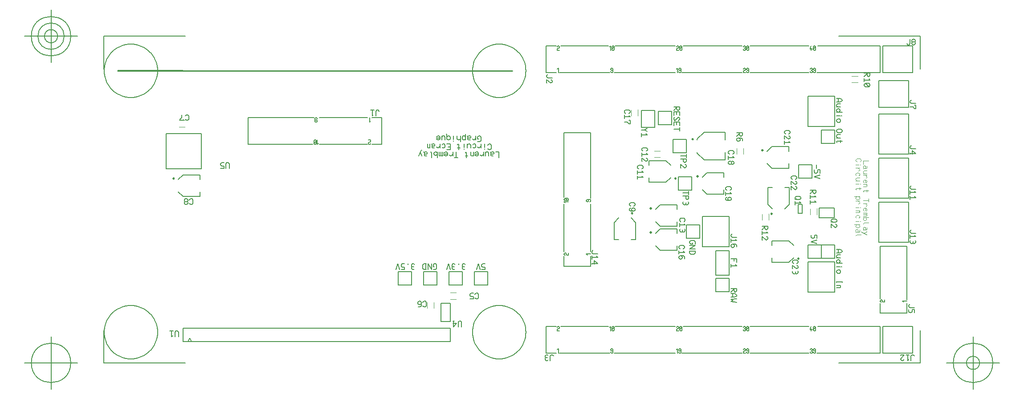
<source format=gbr>
G04 Generated by Ultiboard 13.0 *
%FSLAX24Y24*%
%MOIN*%

%ADD10C,0.0001*%
%ADD11C,0.0080*%
%ADD12C,0.0067*%
%ADD13C,0.0010*%
%ADD14C,0.0079*%
%ADD15C,0.0098*%
%ADD16C,0.0001*%
%ADD17C,0.0100*%
%ADD18C,0.0037*%
%ADD19C,0.0050*%


G04 ColorRGB FFFF00 for the following layer *
%LNSilkscreen Top*%
%LPD*%
G54D10*
G54D11*
X-26100Y-16700D02*
X-26108Y-16526D01*
X-26130Y-16353D01*
X-26168Y-16182D01*
X-26221Y-16016D01*
X-26287Y-15855D01*
X-26368Y-15700D01*
X-26462Y-15553D01*
X-26568Y-15414D01*
X-26686Y-15286D01*
X-26814Y-15168D01*
X-26953Y-15062D01*
X-27100Y-14968D01*
X-27255Y-14887D01*
X-27416Y-14821D01*
X-27582Y-14768D01*
X-27753Y-14730D01*
X-27926Y-14708D01*
X-28100Y-14700D01*
X-28274Y-14708D01*
X-28447Y-14730D01*
X-28618Y-14768D01*
X-28784Y-14821D01*
X-28945Y-14887D01*
X-29100Y-14968D01*
X-29247Y-15062D01*
X-29386Y-15168D01*
X-29514Y-15286D01*
X-29632Y-15414D01*
X-29738Y-15553D01*
X-29832Y-15700D01*
X-29913Y-15855D01*
X-29979Y-16016D01*
X-30032Y-16182D01*
X-30070Y-16353D01*
X-30092Y-16526D01*
X-30100Y-16700D01*
X-30092Y-16874D01*
X-30070Y-17047D01*
X-30032Y-17218D01*
X-29979Y-17384D01*
X-29913Y-17545D01*
X-29832Y-17700D01*
X-29738Y-17847D01*
X-29632Y-17986D01*
X-29514Y-18114D01*
X-29386Y-18232D01*
X-29247Y-18338D01*
X-29100Y-18432D01*
X-28945Y-18513D01*
X-28784Y-18579D01*
X-28618Y-18632D01*
X-28447Y-18670D01*
X-28274Y-18692D01*
X-28100Y-18700D01*
X-27926Y-18692D01*
X-27753Y-18670D01*
X-27582Y-18632D01*
X-27416Y-18579D01*
X-27255Y-18513D01*
X-27100Y-18432D01*
X-26953Y-18338D01*
X-26814Y-18232D01*
X-26686Y-18114D01*
X-26568Y-17986D01*
X-26462Y-17847D01*
X-26368Y-17700D01*
X-26287Y-17545D01*
X-26221Y-17384D01*
X-26168Y-17218D01*
X-26130Y-17047D01*
X-26108Y-16874D01*
X-26100Y-16700D01*
X1459Y-16700D02*
X1451Y-16526D01*
X1429Y-16353D01*
X1391Y-16182D01*
X1338Y-16016D01*
X1272Y-15855D01*
X1191Y-15700D01*
X1097Y-15553D01*
X991Y-15414D01*
X873Y-15286D01*
X745Y-15168D01*
X606Y-15062D01*
X459Y-14968D01*
X304Y-14887D01*
X143Y-14821D01*
X-23Y-14768D01*
X-194Y-14730D01*
X-367Y-14708D01*
X-541Y-14700D01*
X-715Y-14708D01*
X-888Y-14730D01*
X-1059Y-14768D01*
X-1225Y-14821D01*
X-1386Y-14887D01*
X-1541Y-14968D01*
X-1688Y-15062D01*
X-1827Y-15168D01*
X-1955Y-15286D01*
X-2073Y-15414D01*
X-2179Y-15553D01*
X-2273Y-15700D01*
X-2354Y-15855D01*
X-2420Y-16016D01*
X-2473Y-16182D01*
X-2511Y-16353D01*
X-2533Y-16526D01*
X-2541Y-16700D01*
X-2533Y-16874D01*
X-2511Y-17047D01*
X-2473Y-17218D01*
X-2420Y-17384D01*
X-2354Y-17545D01*
X-2273Y-17700D01*
X-2179Y-17847D01*
X-2073Y-17986D01*
X-1955Y-18114D01*
X-1827Y-18232D01*
X-1688Y-18338D01*
X-1541Y-18432D01*
X-1386Y-18513D01*
X-1225Y-18579D01*
X-1059Y-18632D01*
X-888Y-18670D01*
X-715Y-18692D01*
X-541Y-18700D01*
X-367Y-18692D01*
X-194Y-18670D01*
X-23Y-18632D01*
X143Y-18579D01*
X304Y-18513D01*
X459Y-18432D01*
X606Y-18338D01*
X745Y-18232D01*
X873Y-18114D01*
X991Y-17986D01*
X1097Y-17847D01*
X1191Y-17700D01*
X1272Y-17545D01*
X1338Y-17384D01*
X1391Y-17218D01*
X1429Y-17047D01*
X1451Y-16874D01*
X1459Y-16700D01*
X-4209Y-15901D02*
X-4209Y-14523D01*
X-4898Y-14523D01*
X-4898Y-15901D01*
X-4209Y-15901D01*
X-25467Y-1826D02*
X-25467Y-4464D01*
X-22830Y-4464D01*
X-22830Y-1826D01*
X-25467Y-1826D01*
X-26100Y2867D02*
X-26108Y3041D01*
X-26130Y3214D01*
X-26168Y3385D01*
X-26221Y3551D01*
X-26287Y3712D01*
X-26368Y3867D01*
X-26462Y4014D01*
X-26568Y4153D01*
X-26686Y4281D01*
X-26814Y4399D01*
X-26953Y4505D01*
X-27100Y4599D01*
X-27255Y4680D01*
X-27416Y4746D01*
X-27582Y4799D01*
X-27753Y4837D01*
X-27926Y4859D01*
X-28100Y4867D01*
X-28274Y4859D01*
X-28447Y4837D01*
X-28618Y4799D01*
X-28784Y4746D01*
X-28945Y4680D01*
X-29100Y4599D01*
X-29247Y4505D01*
X-29386Y4399D01*
X-29514Y4281D01*
X-29632Y4153D01*
X-29738Y4014D01*
X-29832Y3867D01*
X-29913Y3712D01*
X-29979Y3551D01*
X-30032Y3385D01*
X-30070Y3214D01*
X-30092Y3041D01*
X-30100Y2867D01*
X-30092Y2693D01*
X-30070Y2520D01*
X-30032Y2349D01*
X-29979Y2183D01*
X-29913Y2022D01*
X-29832Y1867D01*
X-29738Y1720D01*
X-29632Y1581D01*
X-29514Y1453D01*
X-29386Y1335D01*
X-29247Y1229D01*
X-29100Y1135D01*
X-28945Y1054D01*
X-28784Y988D01*
X-28618Y935D01*
X-28447Y897D01*
X-28274Y875D01*
X-28100Y867D01*
X-27926Y875D01*
X-27753Y897D01*
X-27582Y935D01*
X-27416Y988D01*
X-27255Y1054D01*
X-27100Y1135D01*
X-26953Y1229D01*
X-26814Y1335D01*
X-26686Y1453D01*
X-26568Y1581D01*
X-26462Y1720D01*
X-26368Y1867D01*
X-26287Y2022D01*
X-26221Y2183D01*
X-26168Y2349D01*
X-26130Y2520D01*
X-26108Y2693D01*
X-26100Y2867D01*
X1459Y2867D02*
X1451Y3041D01*
X1429Y3214D01*
X1391Y3385D01*
X1338Y3551D01*
X1272Y3712D01*
X1191Y3867D01*
X1097Y4014D01*
X991Y4153D01*
X873Y4281D01*
X745Y4399D01*
X606Y4505D01*
X459Y4599D01*
X304Y4680D01*
X143Y4746D01*
X-23Y4799D01*
X-194Y4837D01*
X-367Y4859D01*
X-541Y4867D01*
X-715Y4859D01*
X-888Y4837D01*
X-1059Y4799D01*
X-1225Y4746D01*
X-1386Y4680D01*
X-1541Y4599D01*
X-1688Y4505D01*
X-1827Y4399D01*
X-1955Y4281D01*
X-2073Y4153D01*
X-2179Y4014D01*
X-2273Y3867D01*
X-2354Y3712D01*
X-2420Y3551D01*
X-2473Y3385D01*
X-2511Y3214D01*
X-2533Y3041D01*
X-2541Y2867D01*
X-2533Y2693D01*
X-2511Y2520D01*
X-2473Y2349D01*
X-2420Y2183D01*
X-2354Y2022D01*
X-2273Y1867D01*
X-2179Y1720D01*
X-2073Y1581D01*
X-1955Y1453D01*
X-1827Y1335D01*
X-1688Y1229D01*
X-1541Y1135D01*
X-1386Y1054D01*
X-1225Y988D01*
X-1059Y935D01*
X-888Y897D01*
X-715Y875D01*
X-541Y867D01*
X-367Y875D01*
X-194Y897D01*
X-23Y935D01*
X143Y988D01*
X304Y1054D01*
X459Y1135D01*
X606Y1229D01*
X745Y1335D01*
X873Y1453D01*
X991Y1581D01*
X1097Y1720D01*
X1191Y1867D01*
X1272Y2022D01*
X1338Y2183D01*
X1391Y2349D01*
X1429Y2520D01*
X1451Y2693D01*
X1459Y2867D01*
X-24191Y-17397D02*
X-4191Y-17397D01*
X-4191Y-16397D02*
X-24191Y-16397D01*
X-24191Y-17397D01*
X-23824Y-17397D02*
X-23691Y-17147D01*
X-23574Y-17397D01*
X-4191Y-17397D02*
X-4191Y-16397D01*
X-8084Y-13181D02*
X-7084Y-13181D01*
X-7084Y-12181D01*
X-8084Y-12181D01*
X-8084Y-13181D01*
X-6184Y-13181D02*
X-5184Y-13181D01*
X-5184Y-12181D01*
X-6184Y-12181D01*
X-6184Y-13181D01*
X-4284Y-13181D02*
X-3284Y-13181D01*
X-3284Y-12181D01*
X-4284Y-12181D01*
X-4284Y-13181D01*
X-2384Y-13181D02*
X-1384Y-13181D01*
X-1384Y-12181D01*
X-2384Y-12181D01*
X-2384Y-13181D01*
X-19321Y-638D02*
X-14404Y-638D01*
X-19321Y-2638D02*
X-14488Y-2638D01*
X-9321Y-638D02*
X-9321Y-2638D01*
X-10071Y-638D02*
X-9321Y-638D01*
X-10404Y-638D02*
X-13988Y-638D01*
X-10238Y-971D02*
X-10154Y-888D01*
X-10238Y-638D02*
X-10238Y-971D01*
X-14321Y-888D02*
X-14321Y-895D01*
X-14320Y-902D01*
X-14318Y-909D01*
X-14316Y-916D01*
X-14313Y-923D01*
X-14310Y-929D01*
X-14306Y-935D01*
X-14302Y-941D01*
X-14297Y-947D01*
X-14291Y-951D01*
X-14286Y-956D01*
X-14279Y-960D01*
X-14273Y-963D01*
X-14266Y-966D01*
X-14259Y-968D01*
X-14252Y-970D01*
X-14245Y-971D01*
X-14238Y-971D01*
X-14230Y-971D01*
X-14223Y-970D01*
X-14216Y-968D01*
X-14209Y-966D01*
X-14203Y-963D01*
X-14196Y-960D01*
X-14190Y-956D01*
X-14184Y-951D01*
X-14179Y-947D01*
X-14174Y-941D01*
X-14169Y-935D01*
X-14166Y-929D01*
X-14162Y-923D01*
X-14159Y-916D01*
X-14157Y-909D01*
X-14156Y-902D01*
X-14155Y-895D01*
X-14154Y-888D01*
X-14155Y-880D01*
X-14156Y-873D01*
X-14157Y-866D01*
X-14159Y-859D01*
X-14162Y-852D01*
X-14166Y-846D01*
X-14169Y-840D01*
X-14174Y-834D01*
X-14179Y-829D01*
X-14184Y-824D01*
X-14190Y-819D01*
X-14196Y-815D01*
X-14203Y-812D01*
X-14209Y-809D01*
X-14216Y-807D01*
X-14223Y-806D01*
X-14230Y-805D01*
X-14238Y-804D01*
X-14245Y-805D01*
X-14252Y-806D01*
X-14259Y-807D01*
X-14266Y-809D01*
X-14273Y-812D01*
X-14279Y-815D01*
X-14286Y-819D01*
X-14291Y-824D01*
X-14297Y-829D01*
X-14302Y-834D01*
X-14306Y-840D01*
X-14310Y-846D01*
X-14313Y-852D01*
X-14316Y-859D01*
X-14318Y-866D01*
X-14320Y-873D01*
X-14321Y-880D01*
X-14321Y-888D01*
X-14321Y-888D01*
X-14154Y-721D02*
X-14155Y-714D01*
X-14156Y-707D01*
X-14157Y-699D01*
X-14159Y-692D01*
X-14162Y-686D01*
X-14166Y-679D01*
X-14169Y-673D01*
X-14174Y-667D01*
X-14179Y-662D01*
X-14184Y-657D01*
X-14190Y-653D01*
X-14196Y-649D01*
X-14203Y-645D01*
X-14209Y-643D01*
X-14216Y-640D01*
X-14223Y-639D01*
X-14230Y-638D01*
X-14238Y-638D01*
X-14245Y-638D01*
X-14252Y-639D01*
X-14259Y-640D01*
X-14266Y-643D01*
X-14273Y-645D01*
X-14279Y-649D01*
X-14286Y-653D01*
X-14291Y-657D01*
X-14297Y-662D01*
X-14302Y-667D01*
X-14306Y-673D01*
X-14310Y-679D01*
X-14313Y-686D01*
X-14316Y-692D01*
X-14318Y-699D01*
X-14320Y-707D01*
X-14321Y-714D01*
X-14321Y-721D01*
X-14321Y-721D01*
X-14321Y-888D01*
X-9321Y-2638D02*
X-10071Y-2638D01*
X-10404Y-2638D02*
X-13988Y-2638D01*
X-10238Y-2471D02*
X-10245Y-2471D01*
X-10252Y-2472D01*
X-10259Y-2474D01*
X-10266Y-2476D01*
X-10273Y-2479D01*
X-10279Y-2482D01*
X-10286Y-2486D01*
X-10291Y-2490D01*
X-10297Y-2495D01*
X-10302Y-2501D01*
X-10306Y-2506D01*
X-10310Y-2513D01*
X-10313Y-2519D01*
X-10316Y-2526D01*
X-10318Y-2533D01*
X-10320Y-2540D01*
X-10321Y-2547D01*
X-10321Y-2554D01*
X-10321Y-2562D01*
X-10320Y-2569D01*
X-10318Y-2576D01*
X-10316Y-2583D01*
X-10313Y-2590D01*
X-10310Y-2596D01*
X-10306Y-2602D01*
X-10302Y-2608D01*
X-10297Y-2613D01*
X-10291Y-2618D01*
X-10286Y-2623D01*
X-10279Y-2626D01*
X-10273Y-2630D01*
X-10266Y-2633D01*
X-10259Y-2635D01*
X-10252Y-2636D01*
X-10245Y-2637D01*
X-10238Y-2638D01*
X-10230Y-2637D01*
X-10223Y-2636D01*
X-10216Y-2635D01*
X-10209Y-2633D01*
X-10203Y-2630D01*
X-10196Y-2626D01*
X-10190Y-2623D01*
X-10184Y-2618D01*
X-10179Y-2613D01*
X-10174Y-2608D01*
X-10169Y-2602D01*
X-10166Y-2596D01*
X-10162Y-2590D01*
X-10159Y-2583D01*
X-10157Y-2576D01*
X-10156Y-2569D01*
X-10155Y-2562D01*
X-10154Y-2554D01*
X-10321Y-2304D02*
X-10154Y-2304D01*
X-10238Y-2471D02*
X-10230Y-2471D01*
X-10223Y-2470D01*
X-10216Y-2468D01*
X-10209Y-2466D01*
X-10203Y-2463D01*
X-10196Y-2460D01*
X-10190Y-2456D01*
X-10184Y-2451D01*
X-10179Y-2447D01*
X-10174Y-2441D01*
X-10169Y-2435D01*
X-10166Y-2429D01*
X-10162Y-2423D01*
X-10159Y-2416D01*
X-10157Y-2409D01*
X-10156Y-2402D01*
X-10155Y-2395D01*
X-10154Y-2388D01*
X-10154Y-2304D02*
X-10154Y-2388D01*
X-14404Y-2554D02*
X-14238Y-2388D01*
X-14238Y-2380D01*
X-14239Y-2373D01*
X-14241Y-2366D01*
X-14243Y-2359D01*
X-14246Y-2352D01*
X-14249Y-2346D01*
X-14253Y-2340D01*
X-14257Y-2334D01*
X-14262Y-2329D01*
X-14268Y-2324D01*
X-14273Y-2319D01*
X-14279Y-2315D01*
X-14286Y-2312D01*
X-14293Y-2309D01*
X-14300Y-2307D01*
X-14307Y-2306D01*
X-14314Y-2305D01*
X-14321Y-2304D01*
X-14328Y-2305D01*
X-14336Y-2306D01*
X-14343Y-2307D01*
X-14350Y-2309D01*
X-14356Y-2312D01*
X-14363Y-2315D01*
X-14369Y-2319D01*
X-14375Y-2324D01*
X-14380Y-2329D01*
X-14385Y-2334D01*
X-14389Y-2340D01*
X-14393Y-2346D01*
X-14397Y-2352D01*
X-14399Y-2359D01*
X-14402Y-2366D01*
X-14403Y-2373D01*
X-14404Y-2380D01*
X-14404Y-2388D01*
X-14404Y-2388D01*
X-14404Y-2554D02*
X-14404Y-2562D01*
X-14403Y-2569D01*
X-14402Y-2576D01*
X-14399Y-2583D01*
X-14397Y-2590D01*
X-14393Y-2596D01*
X-14389Y-2602D01*
X-14385Y-2608D01*
X-14380Y-2613D01*
X-14375Y-2618D01*
X-14369Y-2623D01*
X-14363Y-2626D01*
X-14356Y-2630D01*
X-14350Y-2633D01*
X-14343Y-2635D01*
X-14336Y-2636D01*
X-14328Y-2637D01*
X-14321Y-2638D01*
X-14314Y-2637D01*
X-14307Y-2636D01*
X-14300Y-2635D01*
X-14293Y-2633D01*
X-14286Y-2630D01*
X-14279Y-2626D01*
X-14273Y-2623D01*
X-14268Y-2618D01*
X-14262Y-2613D01*
X-14257Y-2608D01*
X-14253Y-2602D01*
X-14249Y-2596D01*
X-14246Y-2590D01*
X-14243Y-2583D01*
X-14241Y-2576D01*
X-14239Y-2569D01*
X-14238Y-2562D01*
X-14238Y-2554D01*
X-14404Y-2554D02*
X-14404Y-2388D01*
X-14238Y-2388D02*
X-14238Y-2554D01*
X-14154Y-2638D02*
X-14071Y-2554D01*
X-14154Y-2304D02*
X-14154Y-2638D01*
X-19321Y-2638D02*
X-19321Y-638D01*
X13063Y-18017D02*
X13063Y-18010D01*
X13062Y-18002D01*
X13060Y-17995D01*
X13058Y-17988D01*
X13055Y-17982D01*
X13052Y-17975D01*
X13048Y-17969D01*
X13043Y-17963D01*
X13038Y-17958D01*
X13033Y-17953D01*
X13027Y-17949D01*
X13021Y-17945D01*
X13015Y-17941D01*
X13008Y-17939D01*
X13001Y-17936D01*
X12994Y-17935D01*
X12987Y-17934D01*
X12980Y-17934D01*
X12972Y-17934D01*
X12965Y-17935D01*
X12958Y-17936D01*
X12951Y-17939D01*
X12944Y-17941D01*
X12938Y-17945D01*
X12932Y-17949D01*
X12926Y-17953D01*
X12921Y-17958D01*
X12916Y-17963D01*
X12911Y-17969D01*
X12907Y-17975D01*
X12904Y-17982D01*
X12901Y-17988D01*
X12899Y-17995D01*
X12897Y-18002D01*
X12897Y-18010D01*
X12896Y-18017D01*
X12897Y-18024D01*
X12897Y-18031D01*
X12899Y-18038D01*
X12901Y-18045D01*
X12904Y-18052D01*
X12907Y-18059D01*
X12911Y-18065D01*
X12916Y-18070D01*
X12921Y-18076D01*
X12926Y-18081D01*
X12932Y-18085D01*
X12938Y-18089D01*
X12944Y-18092D01*
X12951Y-18095D01*
X12958Y-18097D01*
X12965Y-18099D01*
X12972Y-18100D01*
X12980Y-18100D01*
X12987Y-18100D01*
X12994Y-18099D01*
X13001Y-18097D01*
X13008Y-18095D01*
X13015Y-18092D01*
X13021Y-18089D01*
X13027Y-18085D01*
X13033Y-18081D01*
X13038Y-18076D01*
X13043Y-18070D01*
X13048Y-18065D01*
X13052Y-18059D01*
X13055Y-18052D01*
X13058Y-18045D01*
X13060Y-18038D01*
X13062Y-18031D01*
X13063Y-18024D01*
X13063Y-18017D01*
X12896Y-18184D02*
X12897Y-18191D01*
X12897Y-18198D01*
X12899Y-18205D01*
X12901Y-18212D01*
X12904Y-18219D01*
X12907Y-18225D01*
X12911Y-18231D01*
X12916Y-18237D01*
X12921Y-18243D01*
X12926Y-18247D01*
X12932Y-18252D01*
X12938Y-18256D01*
X12944Y-18259D01*
X12951Y-18262D01*
X12958Y-18264D01*
X12965Y-18266D01*
X12972Y-18267D01*
X12980Y-18267D01*
X12987Y-18267D01*
X12994Y-18266D01*
X13001Y-18264D01*
X13008Y-18262D01*
X13015Y-18259D01*
X13021Y-18256D01*
X13027Y-18252D01*
X13033Y-18247D01*
X13038Y-18243D01*
X13043Y-18237D01*
X13048Y-18231D01*
X13052Y-18225D01*
X13055Y-18219D01*
X13058Y-18212D01*
X13060Y-18205D01*
X13062Y-18198D01*
X13063Y-18191D01*
X13063Y-18184D01*
X13063Y-18184D01*
X12896Y-16600D02*
X12730Y-16600D01*
X12813Y-16434D02*
X12820Y-16433D01*
X12827Y-16432D01*
X12834Y-16431D01*
X12841Y-16429D01*
X12848Y-16426D01*
X12855Y-16422D01*
X12861Y-16419D01*
X12866Y-16414D01*
X12872Y-16409D01*
X12877Y-16404D01*
X12881Y-16398D01*
X12885Y-16392D01*
X12888Y-16385D01*
X12891Y-16379D01*
X12893Y-16372D01*
X12895Y-16365D01*
X12896Y-16358D01*
X12896Y-16350D01*
X12896Y-16343D01*
X12895Y-16336D01*
X12893Y-16329D01*
X12891Y-16322D01*
X12888Y-16315D01*
X12885Y-16309D01*
X12881Y-16302D01*
X12877Y-16297D01*
X12872Y-16291D01*
X12866Y-16286D01*
X12861Y-16282D01*
X12855Y-16278D01*
X12848Y-16275D01*
X12841Y-16272D01*
X12834Y-16270D01*
X12827Y-16268D01*
X12820Y-16267D01*
X12813Y-16267D01*
X12806Y-16267D01*
X12798Y-16268D01*
X12791Y-16270D01*
X12784Y-16272D01*
X12778Y-16275D01*
X12771Y-16278D01*
X12765Y-16282D01*
X12759Y-16286D01*
X12754Y-16291D01*
X12749Y-16297D01*
X12745Y-16302D01*
X12741Y-16309D01*
X12737Y-16315D01*
X12735Y-16322D01*
X12732Y-16329D01*
X12731Y-16336D01*
X12730Y-16343D01*
X12730Y-16350D01*
X7730Y-18267D02*
X3980Y-18267D01*
X7646Y-16267D02*
X4063Y-16267D01*
X2980Y-16267D02*
X2980Y-18267D01*
X3730Y-18267D01*
X3896Y-18267D02*
X3896Y-17934D01*
X3813Y-18017D01*
X3730Y-16267D02*
X2980Y-16267D01*
X3980Y-16600D02*
X3813Y-16600D01*
X3896Y-16434D02*
X3903Y-16433D01*
X3911Y-16432D01*
X3918Y-16431D01*
X3925Y-16429D01*
X3931Y-16426D01*
X3938Y-16422D01*
X3944Y-16419D01*
X3950Y-16414D01*
X3955Y-16409D01*
X3960Y-16404D01*
X3964Y-16398D01*
X3968Y-16392D01*
X3972Y-16385D01*
X3974Y-16379D01*
X3977Y-16372D01*
X3978Y-16365D01*
X3979Y-16358D01*
X3980Y-16350D01*
X3979Y-16343D01*
X3978Y-16336D01*
X3977Y-16329D01*
X3974Y-16322D01*
X3972Y-16315D01*
X3968Y-16309D01*
X3964Y-16302D01*
X3960Y-16297D01*
X3955Y-16291D01*
X3950Y-16286D01*
X3944Y-16282D01*
X3938Y-16278D01*
X3931Y-16275D01*
X3925Y-16272D01*
X3918Y-16270D01*
X3911Y-16268D01*
X3903Y-16267D01*
X3896Y-16267D01*
X3889Y-16267D01*
X3882Y-16268D01*
X3875Y-16270D01*
X3868Y-16272D01*
X3861Y-16275D01*
X3855Y-16278D01*
X3848Y-16282D01*
X3843Y-16286D01*
X3837Y-16291D01*
X3832Y-16297D01*
X3828Y-16302D01*
X3824Y-16309D01*
X3821Y-16315D01*
X3818Y-16322D01*
X3816Y-16329D01*
X3814Y-16336D01*
X3813Y-16343D01*
X3813Y-16350D01*
X3896Y-16434D02*
X3889Y-16434D01*
X3882Y-16435D01*
X3875Y-16436D01*
X3868Y-16439D01*
X3861Y-16441D01*
X3855Y-16445D01*
X3848Y-16449D01*
X3843Y-16453D01*
X3837Y-16458D01*
X3832Y-16463D01*
X3828Y-16469D01*
X3824Y-16475D01*
X3821Y-16482D01*
X3818Y-16488D01*
X3816Y-16495D01*
X3814Y-16502D01*
X3813Y-16510D01*
X3813Y-16517D01*
X3813Y-16600D02*
X3813Y-16517D01*
X12646Y-18267D02*
X8063Y-18267D01*
X7980Y-18017D02*
X7979Y-18010D01*
X7978Y-18002D01*
X7977Y-17995D01*
X7974Y-17988D01*
X7972Y-17982D01*
X7968Y-17975D01*
X7964Y-17969D01*
X7960Y-17963D01*
X7955Y-17958D01*
X7950Y-17953D01*
X7944Y-17949D01*
X7938Y-17945D01*
X7931Y-17941D01*
X7925Y-17939D01*
X7918Y-17936D01*
X7911Y-17935D01*
X7903Y-17934D01*
X7896Y-17934D01*
X7889Y-17934D01*
X7882Y-17935D01*
X7875Y-17936D01*
X7868Y-17939D01*
X7861Y-17941D01*
X7855Y-17945D01*
X7848Y-17949D01*
X7843Y-17953D01*
X7837Y-17958D01*
X7832Y-17963D01*
X7828Y-17969D01*
X7824Y-17975D01*
X7821Y-17982D01*
X7818Y-17988D01*
X7816Y-17995D01*
X7814Y-18002D01*
X7813Y-18010D01*
X7813Y-18017D01*
X7813Y-18024D01*
X7814Y-18031D01*
X7816Y-18038D01*
X7818Y-18045D01*
X7821Y-18052D01*
X7824Y-18059D01*
X7828Y-18065D01*
X7832Y-18070D01*
X7837Y-18076D01*
X7843Y-18081D01*
X7848Y-18085D01*
X7855Y-18089D01*
X7861Y-18092D01*
X7868Y-18095D01*
X7875Y-18097D01*
X7882Y-18099D01*
X7889Y-18100D01*
X7896Y-18100D01*
X7903Y-18100D01*
X7911Y-18099D01*
X7918Y-18097D01*
X7925Y-18095D01*
X7931Y-18092D01*
X7938Y-18089D01*
X7944Y-18085D01*
X7950Y-18081D01*
X7955Y-18076D01*
X7960Y-18070D01*
X7964Y-18065D01*
X7968Y-18059D01*
X7972Y-18052D01*
X7974Y-18045D01*
X7977Y-18038D01*
X7978Y-18031D01*
X7979Y-18024D01*
X7980Y-18017D01*
X7980Y-18184D02*
X7980Y-18017D01*
X7813Y-18184D02*
X7813Y-18191D01*
X7814Y-18198D01*
X7816Y-18205D01*
X7818Y-18212D01*
X7821Y-18219D01*
X7824Y-18225D01*
X7828Y-18231D01*
X7832Y-18237D01*
X7837Y-18243D01*
X7843Y-18247D01*
X7848Y-18252D01*
X7855Y-18256D01*
X7861Y-18259D01*
X7868Y-18262D01*
X7875Y-18264D01*
X7882Y-18266D01*
X7889Y-18267D01*
X7896Y-18267D01*
X7903Y-18267D01*
X7911Y-18266D01*
X7918Y-18264D01*
X7925Y-18262D01*
X7931Y-18259D01*
X7938Y-18256D01*
X7944Y-18252D01*
X7950Y-18247D01*
X7955Y-18243D01*
X7960Y-18237D01*
X7964Y-18231D01*
X7968Y-18225D01*
X7972Y-18219D01*
X7974Y-18212D01*
X7977Y-18205D01*
X7978Y-18198D01*
X7979Y-18191D01*
X7980Y-18184D01*
X7980Y-18184D01*
X12813Y-17934D02*
X12730Y-18017D01*
X12813Y-18267D02*
X12813Y-17934D01*
X12646Y-16267D02*
X8146Y-16267D01*
X7813Y-16600D02*
X7813Y-16267D01*
X8063Y-16350D02*
X8063Y-16343D01*
X8062Y-16336D01*
X8060Y-16329D01*
X8058Y-16322D01*
X8055Y-16315D01*
X8052Y-16309D01*
X8048Y-16302D01*
X8043Y-16297D01*
X8038Y-16291D01*
X8033Y-16286D01*
X8027Y-16282D01*
X8021Y-16278D01*
X8015Y-16275D01*
X8008Y-16272D01*
X8001Y-16270D01*
X7994Y-16268D01*
X7987Y-16267D01*
X7980Y-16267D01*
X7972Y-16267D01*
X7965Y-16268D01*
X7958Y-16270D01*
X7951Y-16272D01*
X7944Y-16275D01*
X7938Y-16278D01*
X7932Y-16282D01*
X7926Y-16286D01*
X7921Y-16291D01*
X7916Y-16297D01*
X7911Y-16302D01*
X7907Y-16309D01*
X7904Y-16315D01*
X7901Y-16322D01*
X7899Y-16329D01*
X7897Y-16336D01*
X7897Y-16343D01*
X7896Y-16350D01*
X7813Y-16267D02*
X7730Y-16350D01*
X8063Y-16350D02*
X7896Y-16517D01*
X8063Y-16350D02*
X8063Y-16517D01*
X7896Y-16517D02*
X7896Y-16350D01*
X7896Y-16517D02*
X7897Y-16524D01*
X7897Y-16531D01*
X7899Y-16538D01*
X7901Y-16545D01*
X7904Y-16552D01*
X7907Y-16559D01*
X7911Y-16565D01*
X7916Y-16570D01*
X7921Y-16576D01*
X7926Y-16581D01*
X7932Y-16585D01*
X7938Y-16589D01*
X7944Y-16592D01*
X7951Y-16595D01*
X7958Y-16597D01*
X7965Y-16599D01*
X7972Y-16600D01*
X7980Y-16600D01*
X7987Y-16600D01*
X7994Y-16599D01*
X8001Y-16597D01*
X8008Y-16595D01*
X8015Y-16592D01*
X8021Y-16589D01*
X8027Y-16585D01*
X8033Y-16581D01*
X8038Y-16576D01*
X8043Y-16570D01*
X8048Y-16565D01*
X8052Y-16559D01*
X8055Y-16552D01*
X8058Y-16545D01*
X8060Y-16538D01*
X8062Y-16531D01*
X8063Y-16524D01*
X8063Y-16517D01*
X12813Y-16434D02*
X12806Y-16434D01*
X12798Y-16435D01*
X12791Y-16436D01*
X12784Y-16439D01*
X12778Y-16441D01*
X12771Y-16445D01*
X12765Y-16449D01*
X12759Y-16453D01*
X12754Y-16458D01*
X12749Y-16463D01*
X12745Y-16469D01*
X12741Y-16475D01*
X12737Y-16482D01*
X12735Y-16488D01*
X12732Y-16495D01*
X12731Y-16502D01*
X12730Y-16510D01*
X12730Y-16517D01*
X12730Y-16600D02*
X12730Y-16517D01*
X27980Y-18267D02*
X23230Y-18267D01*
X27980Y-16267D02*
X23313Y-16267D01*
X22646Y-18267D02*
X18230Y-18267D01*
X22646Y-16267D02*
X18230Y-16267D01*
X17646Y-18267D02*
X13146Y-18267D01*
X13063Y-18184D02*
X13063Y-18017D01*
X18146Y-18017D02*
X18146Y-18010D01*
X18145Y-18002D01*
X18143Y-17995D01*
X18141Y-17988D01*
X18138Y-17982D01*
X18135Y-17975D01*
X18131Y-17969D01*
X18127Y-17963D01*
X18122Y-17958D01*
X18116Y-17953D01*
X18111Y-17949D01*
X18105Y-17945D01*
X18098Y-17941D01*
X18091Y-17939D01*
X18084Y-17936D01*
X18077Y-17935D01*
X18070Y-17934D01*
X18063Y-17934D01*
X18056Y-17934D01*
X18048Y-17935D01*
X18041Y-17936D01*
X18034Y-17939D01*
X18028Y-17941D01*
X18021Y-17945D01*
X18015Y-17949D01*
X18009Y-17953D01*
X18004Y-17958D01*
X17999Y-17963D01*
X17995Y-17969D01*
X17991Y-17975D01*
X17987Y-17982D01*
X17985Y-17988D01*
X17982Y-17995D01*
X17981Y-18002D01*
X17980Y-18010D01*
X17980Y-18017D01*
X17980Y-18024D01*
X17981Y-18031D01*
X17982Y-18038D01*
X17985Y-18045D01*
X17987Y-18052D01*
X17991Y-18059D01*
X17995Y-18065D01*
X17999Y-18070D01*
X18004Y-18076D01*
X18009Y-18081D01*
X18015Y-18085D01*
X18021Y-18089D01*
X18028Y-18092D01*
X18034Y-18095D01*
X18041Y-18097D01*
X18048Y-18099D01*
X18056Y-18100D01*
X18063Y-18100D01*
X18070Y-18100D01*
X18077Y-18099D01*
X18084Y-18097D01*
X18091Y-18095D01*
X18098Y-18092D01*
X18105Y-18089D01*
X18111Y-18085D01*
X18116Y-18081D01*
X18122Y-18076D01*
X18127Y-18070D01*
X18131Y-18065D01*
X18135Y-18059D01*
X18138Y-18052D01*
X18141Y-18045D01*
X18143Y-18038D01*
X18145Y-18031D01*
X18146Y-18024D01*
X18146Y-18017D01*
X18146Y-18184D02*
X18146Y-18017D01*
X17980Y-18184D02*
X17980Y-18191D01*
X17981Y-18198D01*
X17982Y-18205D01*
X17985Y-18212D01*
X17987Y-18219D01*
X17991Y-18225D01*
X17995Y-18231D01*
X17999Y-18237D01*
X18004Y-18243D01*
X18009Y-18247D01*
X18015Y-18252D01*
X18021Y-18256D01*
X18028Y-18259D01*
X18034Y-18262D01*
X18041Y-18264D01*
X18048Y-18266D01*
X18056Y-18267D01*
X18063Y-18267D01*
X18070Y-18267D01*
X18077Y-18266D01*
X18084Y-18264D01*
X18091Y-18262D01*
X18098Y-18259D01*
X18105Y-18256D01*
X18111Y-18252D01*
X18116Y-18247D01*
X18122Y-18243D01*
X18127Y-18237D01*
X18131Y-18231D01*
X18135Y-18225D01*
X18138Y-18219D01*
X18141Y-18212D01*
X18143Y-18205D01*
X18145Y-18198D01*
X18146Y-18191D01*
X18146Y-18184D01*
X18146Y-18184D01*
X17813Y-18100D02*
X17820Y-18100D01*
X17827Y-18099D01*
X17834Y-18097D01*
X17841Y-18095D01*
X17848Y-18092D01*
X17855Y-18089D01*
X17861Y-18085D01*
X17866Y-18081D01*
X17872Y-18076D01*
X17877Y-18070D01*
X17881Y-18065D01*
X17885Y-18059D01*
X17888Y-18052D01*
X17891Y-18045D01*
X17893Y-18038D01*
X17895Y-18031D01*
X17896Y-18024D01*
X17896Y-18017D01*
X17896Y-18010D01*
X17895Y-18002D01*
X17893Y-17995D01*
X17891Y-17988D01*
X17888Y-17982D01*
X17885Y-17975D01*
X17881Y-17969D01*
X17877Y-17963D01*
X17872Y-17958D01*
X17866Y-17953D01*
X17861Y-17949D01*
X17855Y-17945D01*
X17848Y-17941D01*
X17841Y-17939D01*
X17834Y-17936D01*
X17827Y-17935D01*
X17820Y-17934D01*
X17813Y-17934D01*
X17806Y-17934D01*
X17798Y-17935D01*
X17791Y-17936D01*
X17784Y-17939D01*
X17778Y-17941D01*
X17771Y-17945D01*
X17765Y-17949D01*
X17759Y-17953D01*
X17754Y-17958D01*
X17749Y-17963D01*
X17745Y-17969D01*
X17741Y-17975D01*
X17737Y-17982D01*
X17735Y-17988D01*
X17732Y-17995D01*
X17731Y-18002D01*
X17730Y-18010D01*
X17730Y-18017D01*
X17896Y-18267D02*
X17730Y-18267D01*
X17813Y-18100D02*
X17806Y-18101D01*
X17798Y-18102D01*
X17791Y-18103D01*
X17784Y-18105D01*
X17778Y-18108D01*
X17771Y-18111D01*
X17765Y-18115D01*
X17759Y-18120D01*
X17754Y-18125D01*
X17749Y-18130D01*
X17745Y-18136D01*
X17741Y-18142D01*
X17737Y-18148D01*
X17735Y-18155D01*
X17732Y-18162D01*
X17731Y-18169D01*
X17730Y-18176D01*
X17730Y-18184D01*
X17730Y-18267D02*
X17730Y-18184D01*
X17646Y-16267D02*
X13230Y-16267D01*
X13146Y-16350D02*
X13146Y-16343D01*
X13145Y-16336D01*
X13143Y-16329D01*
X13141Y-16322D01*
X13138Y-16315D01*
X13135Y-16309D01*
X13131Y-16302D01*
X13127Y-16297D01*
X13122Y-16291D01*
X13116Y-16286D01*
X13111Y-16282D01*
X13105Y-16278D01*
X13098Y-16275D01*
X13091Y-16272D01*
X13084Y-16270D01*
X13077Y-16268D01*
X13070Y-16267D01*
X13063Y-16267D01*
X13056Y-16267D01*
X13048Y-16268D01*
X13041Y-16270D01*
X13034Y-16272D01*
X13028Y-16275D01*
X13021Y-16278D01*
X13015Y-16282D01*
X13009Y-16286D01*
X13004Y-16291D01*
X12999Y-16297D01*
X12995Y-16302D01*
X12991Y-16309D01*
X12987Y-16315D01*
X12985Y-16322D01*
X12982Y-16329D01*
X12981Y-16336D01*
X12980Y-16343D01*
X12980Y-16350D01*
X13146Y-16350D02*
X12980Y-16517D01*
X12980Y-16524D01*
X12981Y-16531D01*
X12982Y-16538D01*
X12985Y-16545D01*
X12987Y-16552D01*
X12991Y-16559D01*
X12995Y-16565D01*
X12999Y-16570D01*
X13004Y-16576D01*
X13009Y-16581D01*
X13015Y-16585D01*
X13021Y-16589D01*
X13028Y-16592D01*
X13034Y-16595D01*
X13041Y-16597D01*
X13048Y-16599D01*
X13056Y-16600D01*
X13063Y-16600D01*
X13070Y-16600D01*
X13077Y-16599D01*
X13084Y-16597D01*
X13091Y-16595D01*
X13098Y-16592D01*
X13105Y-16589D01*
X13111Y-16585D01*
X13116Y-16581D01*
X13122Y-16576D01*
X13127Y-16570D01*
X13131Y-16565D01*
X13135Y-16559D01*
X13138Y-16552D01*
X13141Y-16545D01*
X13143Y-16538D01*
X13145Y-16531D01*
X13146Y-16524D01*
X13146Y-16517D01*
X12980Y-16517D02*
X12980Y-16350D01*
X13146Y-16350D02*
X13146Y-16517D01*
X18146Y-16350D02*
X18146Y-16343D01*
X18145Y-16336D01*
X18143Y-16329D01*
X18141Y-16322D01*
X18138Y-16315D01*
X18135Y-16309D01*
X18131Y-16302D01*
X18127Y-16297D01*
X18122Y-16291D01*
X18116Y-16286D01*
X18111Y-16282D01*
X18105Y-16278D01*
X18098Y-16275D01*
X18091Y-16272D01*
X18084Y-16270D01*
X18077Y-16268D01*
X18070Y-16267D01*
X18063Y-16267D01*
X18056Y-16267D01*
X18048Y-16268D01*
X18041Y-16270D01*
X18034Y-16272D01*
X18028Y-16275D01*
X18021Y-16278D01*
X18015Y-16282D01*
X18009Y-16286D01*
X18004Y-16291D01*
X17999Y-16297D01*
X17995Y-16302D01*
X17991Y-16309D01*
X17987Y-16315D01*
X17985Y-16322D01*
X17982Y-16329D01*
X17981Y-16336D01*
X17980Y-16343D01*
X17980Y-16350D01*
X18146Y-16517D02*
X18146Y-16350D01*
X17980Y-16517D01*
X17980Y-16524D01*
X17981Y-16531D01*
X17982Y-16538D01*
X17985Y-16545D01*
X17987Y-16552D01*
X17991Y-16559D01*
X17995Y-16565D01*
X17999Y-16570D01*
X18004Y-16576D01*
X18009Y-16581D01*
X18015Y-16585D01*
X18021Y-16589D01*
X18028Y-16592D01*
X18034Y-16595D01*
X18041Y-16597D01*
X18048Y-16599D01*
X18056Y-16600D01*
X18063Y-16600D01*
X18070Y-16600D01*
X18077Y-16599D01*
X18084Y-16597D01*
X18091Y-16595D01*
X18098Y-16592D01*
X18105Y-16589D01*
X18111Y-16585D01*
X18116Y-16581D01*
X18122Y-16576D01*
X18127Y-16570D01*
X18131Y-16565D01*
X18135Y-16559D01*
X18138Y-16552D01*
X18141Y-16545D01*
X18143Y-16538D01*
X18145Y-16531D01*
X18146Y-16524D01*
X18146Y-16517D01*
X17730Y-16517D02*
X17730Y-16524D01*
X17731Y-16531D01*
X17732Y-16538D01*
X17735Y-16545D01*
X17737Y-16552D01*
X17741Y-16559D01*
X17745Y-16565D01*
X17749Y-16570D01*
X17754Y-16576D01*
X17759Y-16581D01*
X17765Y-16585D01*
X17771Y-16589D01*
X17778Y-16592D01*
X17784Y-16595D01*
X17791Y-16597D01*
X17798Y-16599D01*
X17806Y-16600D01*
X17813Y-16600D01*
X17820Y-16600D01*
X17827Y-16599D01*
X17834Y-16597D01*
X17841Y-16595D01*
X17848Y-16592D01*
X17855Y-16589D01*
X17861Y-16585D01*
X17866Y-16581D01*
X17872Y-16576D01*
X17877Y-16570D01*
X17881Y-16565D01*
X17885Y-16559D01*
X17888Y-16552D01*
X17891Y-16545D01*
X17893Y-16538D01*
X17895Y-16531D01*
X17896Y-16524D01*
X17896Y-16517D01*
X17896Y-16510D01*
X17895Y-16502D01*
X17893Y-16495D01*
X17891Y-16488D01*
X17888Y-16482D01*
X17885Y-16475D01*
X17881Y-16469D01*
X17877Y-16463D01*
X17872Y-16458D01*
X17866Y-16453D01*
X17861Y-16449D01*
X17855Y-16445D01*
X17848Y-16441D01*
X17841Y-16439D01*
X17834Y-16436D01*
X17827Y-16435D01*
X17820Y-16434D01*
X17813Y-16434D01*
X17820Y-16433D01*
X17827Y-16432D01*
X17834Y-16431D01*
X17841Y-16429D01*
X17848Y-16426D01*
X17855Y-16422D01*
X17861Y-16419D01*
X17866Y-16414D01*
X17872Y-16409D01*
X17877Y-16404D01*
X17881Y-16398D01*
X17885Y-16392D01*
X17888Y-16385D01*
X17891Y-16379D01*
X17893Y-16372D01*
X17895Y-16365D01*
X17896Y-16358D01*
X17896Y-16350D01*
X17896Y-16343D01*
X17895Y-16336D01*
X17893Y-16329D01*
X17891Y-16322D01*
X17888Y-16315D01*
X17885Y-16309D01*
X17881Y-16302D01*
X17877Y-16297D01*
X17872Y-16291D01*
X17866Y-16286D01*
X17861Y-16282D01*
X17855Y-16278D01*
X17848Y-16275D01*
X17841Y-16272D01*
X17834Y-16270D01*
X17827Y-16268D01*
X17820Y-16267D01*
X17813Y-16267D01*
X17806Y-16267D01*
X17798Y-16268D01*
X17791Y-16270D01*
X17784Y-16272D01*
X17778Y-16275D01*
X17771Y-16278D01*
X17765Y-16282D01*
X17759Y-16286D01*
X17754Y-16291D01*
X17749Y-16297D01*
X17745Y-16302D01*
X17741Y-16309D01*
X17737Y-16315D01*
X17735Y-16322D01*
X17732Y-16329D01*
X17731Y-16336D01*
X17730Y-16343D01*
X17730Y-16350D01*
X17980Y-16517D02*
X17980Y-16350D01*
X22813Y-18100D02*
X22820Y-18100D01*
X22827Y-18099D01*
X22834Y-18097D01*
X22841Y-18095D01*
X22848Y-18092D01*
X22855Y-18089D01*
X22861Y-18085D01*
X22866Y-18081D01*
X22872Y-18076D01*
X22877Y-18070D01*
X22881Y-18065D01*
X22885Y-18059D01*
X22888Y-18052D01*
X22891Y-18045D01*
X22893Y-18038D01*
X22895Y-18031D01*
X22896Y-18024D01*
X22896Y-18017D01*
X22896Y-18010D01*
X22895Y-18002D01*
X22893Y-17995D01*
X22891Y-17988D01*
X22888Y-17982D01*
X22885Y-17975D01*
X22881Y-17969D01*
X22877Y-17963D01*
X22872Y-17958D01*
X22866Y-17953D01*
X22861Y-17949D01*
X22855Y-17945D01*
X22848Y-17941D01*
X22841Y-17939D01*
X22834Y-17936D01*
X22827Y-17935D01*
X22820Y-17934D01*
X22813Y-17934D01*
X22806Y-17934D01*
X22798Y-17935D01*
X22791Y-17936D01*
X22784Y-17939D01*
X22778Y-17941D01*
X22771Y-17945D01*
X22765Y-17949D01*
X22759Y-17953D01*
X22754Y-17958D01*
X22749Y-17963D01*
X22745Y-17969D01*
X22741Y-17975D01*
X22737Y-17982D01*
X22735Y-17988D01*
X22732Y-17995D01*
X22731Y-18002D01*
X22730Y-18010D01*
X22730Y-18017D01*
X22730Y-18184D02*
X22730Y-18191D01*
X22731Y-18198D01*
X22732Y-18205D01*
X22735Y-18212D01*
X22737Y-18219D01*
X22741Y-18225D01*
X22745Y-18231D01*
X22749Y-18237D01*
X22754Y-18243D01*
X22759Y-18247D01*
X22765Y-18252D01*
X22771Y-18256D01*
X22778Y-18259D01*
X22784Y-18262D01*
X22791Y-18264D01*
X22798Y-18266D01*
X22806Y-18267D01*
X22813Y-18267D01*
X22820Y-18267D01*
X22827Y-18266D01*
X22834Y-18264D01*
X22841Y-18262D01*
X22848Y-18259D01*
X22855Y-18256D01*
X22861Y-18252D01*
X22866Y-18247D01*
X22872Y-18243D01*
X22877Y-18237D01*
X22881Y-18231D01*
X22885Y-18225D01*
X22888Y-18219D01*
X22891Y-18212D01*
X22893Y-18205D01*
X22895Y-18198D01*
X22896Y-18191D01*
X22896Y-18184D01*
X22896Y-18176D01*
X22895Y-18169D01*
X22893Y-18162D01*
X22891Y-18155D01*
X22888Y-18148D01*
X22885Y-18142D01*
X22881Y-18136D01*
X22877Y-18130D01*
X22872Y-18125D01*
X22866Y-18120D01*
X22861Y-18115D01*
X22855Y-18111D01*
X22848Y-18108D01*
X22841Y-18105D01*
X22834Y-18103D01*
X22827Y-18102D01*
X22820Y-18101D01*
X22813Y-18100D01*
X22813Y-18100D01*
X23146Y-18017D02*
X23146Y-18010D01*
X23145Y-18002D01*
X23143Y-17995D01*
X23141Y-17988D01*
X23138Y-17982D01*
X23135Y-17975D01*
X23131Y-17969D01*
X23127Y-17963D01*
X23122Y-17958D01*
X23116Y-17953D01*
X23111Y-17949D01*
X23105Y-17945D01*
X23098Y-17941D01*
X23091Y-17939D01*
X23084Y-17936D01*
X23077Y-17935D01*
X23070Y-17934D01*
X23063Y-17934D01*
X23056Y-17934D01*
X23048Y-17935D01*
X23041Y-17936D01*
X23034Y-17939D01*
X23028Y-17941D01*
X23021Y-17945D01*
X23015Y-17949D01*
X23009Y-17953D01*
X23004Y-17958D01*
X22999Y-17963D01*
X22995Y-17969D01*
X22991Y-17975D01*
X22987Y-17982D01*
X22985Y-17988D01*
X22982Y-17995D01*
X22981Y-18002D01*
X22980Y-18010D01*
X22980Y-18017D01*
X22980Y-18024D01*
X22981Y-18031D01*
X22982Y-18038D01*
X22985Y-18045D01*
X22987Y-18052D01*
X22991Y-18059D01*
X22995Y-18065D01*
X22999Y-18070D01*
X23004Y-18076D01*
X23009Y-18081D01*
X23015Y-18085D01*
X23021Y-18089D01*
X23028Y-18092D01*
X23034Y-18095D01*
X23041Y-18097D01*
X23048Y-18099D01*
X23056Y-18100D01*
X23063Y-18100D01*
X23070Y-18100D01*
X23077Y-18099D01*
X23084Y-18097D01*
X23091Y-18095D01*
X23098Y-18092D01*
X23105Y-18089D01*
X23111Y-18085D01*
X23116Y-18081D01*
X23122Y-18076D01*
X23127Y-18070D01*
X23131Y-18065D01*
X23135Y-18059D01*
X23138Y-18052D01*
X23141Y-18045D01*
X23143Y-18038D01*
X23145Y-18031D01*
X23146Y-18024D01*
X23146Y-18017D01*
X23146Y-18184D02*
X23146Y-18017D01*
X22980Y-18184D02*
X22980Y-18191D01*
X22981Y-18198D01*
X22982Y-18205D01*
X22985Y-18212D01*
X22987Y-18219D01*
X22991Y-18225D01*
X22995Y-18231D01*
X22999Y-18237D01*
X23004Y-18243D01*
X23009Y-18247D01*
X23015Y-18252D01*
X23021Y-18256D01*
X23028Y-18259D01*
X23034Y-18262D01*
X23041Y-18264D01*
X23048Y-18266D01*
X23056Y-18267D01*
X23063Y-18267D01*
X23070Y-18267D01*
X23077Y-18266D01*
X23084Y-18264D01*
X23091Y-18262D01*
X23098Y-18259D01*
X23105Y-18256D01*
X23111Y-18252D01*
X23116Y-18247D01*
X23122Y-18243D01*
X23127Y-18237D01*
X23131Y-18231D01*
X23135Y-18225D01*
X23138Y-18219D01*
X23141Y-18212D01*
X23143Y-18205D01*
X23145Y-18198D01*
X23146Y-18191D01*
X23146Y-18184D01*
X23146Y-18184D01*
X22730Y-16434D02*
X22813Y-16267D01*
X23146Y-16350D02*
X23146Y-16343D01*
X23145Y-16336D01*
X23143Y-16329D01*
X23141Y-16322D01*
X23138Y-16315D01*
X23135Y-16309D01*
X23131Y-16302D01*
X23127Y-16297D01*
X23122Y-16291D01*
X23116Y-16286D01*
X23111Y-16282D01*
X23105Y-16278D01*
X23098Y-16275D01*
X23091Y-16272D01*
X23084Y-16270D01*
X23077Y-16268D01*
X23070Y-16267D01*
X23063Y-16267D01*
X23056Y-16267D01*
X23048Y-16268D01*
X23041Y-16270D01*
X23034Y-16272D01*
X23028Y-16275D01*
X23021Y-16278D01*
X23015Y-16282D01*
X23009Y-16286D01*
X23004Y-16291D01*
X22999Y-16297D01*
X22995Y-16302D01*
X22991Y-16309D01*
X22987Y-16315D01*
X22985Y-16322D01*
X22982Y-16329D01*
X22981Y-16336D01*
X22980Y-16343D01*
X22980Y-16350D01*
X22896Y-16517D02*
X22730Y-16517D01*
X22813Y-16600D02*
X22813Y-16434D01*
X22730Y-16517D02*
X22730Y-16434D01*
X23146Y-16350D02*
X22980Y-16517D01*
X22980Y-16350D01*
X23146Y-16350D02*
X23146Y-16517D01*
X22980Y-16517D02*
X22980Y-16524D01*
X22981Y-16531D01*
X22982Y-16538D01*
X22985Y-16545D01*
X22987Y-16552D01*
X22991Y-16559D01*
X22995Y-16565D01*
X22999Y-16570D01*
X23004Y-16576D01*
X23009Y-16581D01*
X23015Y-16585D01*
X23021Y-16589D01*
X23028Y-16592D01*
X23034Y-16595D01*
X23041Y-16597D01*
X23048Y-16599D01*
X23056Y-16600D01*
X23063Y-16600D01*
X23070Y-16600D01*
X23077Y-16599D01*
X23084Y-16597D01*
X23091Y-16595D01*
X23098Y-16592D01*
X23105Y-16589D01*
X23111Y-16585D01*
X23116Y-16581D01*
X23122Y-16576D01*
X23127Y-16570D01*
X23131Y-16565D01*
X23135Y-16559D01*
X23138Y-16552D01*
X23141Y-16545D01*
X23143Y-16538D01*
X23145Y-16531D01*
X23146Y-16524D01*
X23146Y-16517D01*
X27980Y-16267D02*
X27980Y-18267D01*
X28155Y-16267D02*
X28155Y-18267D01*
X30405Y-18267D01*
X30405Y-16267D01*
X28155Y-16267D01*
X6320Y-1767D02*
X6320Y-6684D01*
X4320Y-1767D02*
X4320Y-6600D01*
X6320Y-11767D02*
X4320Y-11767D01*
X6320Y-11017D02*
X6320Y-11767D01*
X6320Y-10684D02*
X6320Y-7100D01*
X5986Y-10850D02*
X6070Y-10934D01*
X6320Y-10850D02*
X5986Y-10850D01*
X6070Y-6767D02*
X6062Y-6767D01*
X6055Y-6768D01*
X6048Y-6770D01*
X6041Y-6772D01*
X6034Y-6775D01*
X6028Y-6778D01*
X6022Y-6782D01*
X6016Y-6786D01*
X6011Y-6791D01*
X6006Y-6797D01*
X6001Y-6802D01*
X5997Y-6809D01*
X5994Y-6815D01*
X5991Y-6822D01*
X5989Y-6829D01*
X5987Y-6836D01*
X5987Y-6843D01*
X5986Y-6850D01*
X5987Y-6858D01*
X5987Y-6865D01*
X5989Y-6872D01*
X5991Y-6879D01*
X5994Y-6885D01*
X5997Y-6892D01*
X6001Y-6898D01*
X6006Y-6904D01*
X6011Y-6909D01*
X6016Y-6914D01*
X6022Y-6919D01*
X6028Y-6922D01*
X6034Y-6926D01*
X6041Y-6929D01*
X6048Y-6931D01*
X6055Y-6932D01*
X6062Y-6933D01*
X6070Y-6934D01*
X6077Y-6933D01*
X6084Y-6932D01*
X6091Y-6931D01*
X6098Y-6929D01*
X6105Y-6926D01*
X6111Y-6922D01*
X6117Y-6919D01*
X6123Y-6914D01*
X6128Y-6909D01*
X6133Y-6904D01*
X6138Y-6898D01*
X6142Y-6892D01*
X6145Y-6885D01*
X6148Y-6879D01*
X6150Y-6872D01*
X6152Y-6865D01*
X6153Y-6858D01*
X6153Y-6850D01*
X6153Y-6843D01*
X6152Y-6836D01*
X6150Y-6829D01*
X6148Y-6822D01*
X6145Y-6815D01*
X6142Y-6809D01*
X6138Y-6802D01*
X6133Y-6797D01*
X6128Y-6791D01*
X6123Y-6786D01*
X6117Y-6782D01*
X6111Y-6778D01*
X6105Y-6775D01*
X6098Y-6772D01*
X6091Y-6770D01*
X6084Y-6768D01*
X6077Y-6767D01*
X6070Y-6767D01*
X6236Y-6934D02*
X6243Y-6933D01*
X6251Y-6932D01*
X6258Y-6931D01*
X6265Y-6929D01*
X6271Y-6926D01*
X6278Y-6922D01*
X6284Y-6919D01*
X6290Y-6914D01*
X6295Y-6909D01*
X6300Y-6904D01*
X6304Y-6898D01*
X6308Y-6892D01*
X6312Y-6885D01*
X6314Y-6879D01*
X6317Y-6872D01*
X6318Y-6865D01*
X6319Y-6858D01*
X6320Y-6850D01*
X6319Y-6843D01*
X6318Y-6836D01*
X6317Y-6829D01*
X6314Y-6822D01*
X6312Y-6815D01*
X6308Y-6809D01*
X6304Y-6802D01*
X6300Y-6797D01*
X6295Y-6791D01*
X6290Y-6786D01*
X6284Y-6782D01*
X6278Y-6778D01*
X6271Y-6775D01*
X6265Y-6772D01*
X6258Y-6770D01*
X6251Y-6768D01*
X6243Y-6767D01*
X6236Y-6767D01*
X6236Y-6767D01*
X6070Y-6767D01*
X4320Y-11767D02*
X4320Y-11017D01*
X4320Y-10684D02*
X4320Y-7100D01*
X4486Y-10850D02*
X4486Y-10843D01*
X4485Y-10836D01*
X4483Y-10829D01*
X4481Y-10822D01*
X4478Y-10815D01*
X4475Y-10809D01*
X4471Y-10802D01*
X4467Y-10797D01*
X4462Y-10791D01*
X4456Y-10786D01*
X4451Y-10782D01*
X4445Y-10778D01*
X4438Y-10775D01*
X4431Y-10772D01*
X4424Y-10770D01*
X4417Y-10768D01*
X4410Y-10767D01*
X4403Y-10767D01*
X4396Y-10767D01*
X4388Y-10768D01*
X4381Y-10770D01*
X4374Y-10772D01*
X4368Y-10775D01*
X4361Y-10778D01*
X4355Y-10782D01*
X4349Y-10786D01*
X4344Y-10791D01*
X4339Y-10797D01*
X4335Y-10802D01*
X4331Y-10809D01*
X4327Y-10815D01*
X4325Y-10822D01*
X4322Y-10829D01*
X4321Y-10836D01*
X4320Y-10843D01*
X4320Y-10850D01*
X4320Y-10858D01*
X4321Y-10865D01*
X4322Y-10872D01*
X4325Y-10879D01*
X4327Y-10885D01*
X4331Y-10892D01*
X4335Y-10898D01*
X4339Y-10904D01*
X4344Y-10909D01*
X4349Y-10914D01*
X4355Y-10919D01*
X4361Y-10922D01*
X4368Y-10926D01*
X4374Y-10929D01*
X4381Y-10931D01*
X4388Y-10932D01*
X4396Y-10933D01*
X4403Y-10934D01*
X4403Y-10934D01*
X4653Y-10767D02*
X4653Y-10934D01*
X4486Y-10850D02*
X4487Y-10858D01*
X4487Y-10865D01*
X4489Y-10872D01*
X4491Y-10879D01*
X4494Y-10885D01*
X4497Y-10892D01*
X4501Y-10898D01*
X4506Y-10904D01*
X4511Y-10909D01*
X4516Y-10914D01*
X4522Y-10919D01*
X4528Y-10922D01*
X4534Y-10926D01*
X4541Y-10929D01*
X4548Y-10931D01*
X4555Y-10932D01*
X4562Y-10933D01*
X4570Y-10934D01*
X4653Y-10934D02*
X4570Y-10934D01*
X4403Y-6684D02*
X4570Y-6850D01*
X4577Y-6850D01*
X4584Y-6849D01*
X4591Y-6847D01*
X4598Y-6845D01*
X4605Y-6842D01*
X4611Y-6839D01*
X4617Y-6835D01*
X4623Y-6831D01*
X4628Y-6826D01*
X4633Y-6820D01*
X4638Y-6815D01*
X4642Y-6809D01*
X4645Y-6802D01*
X4648Y-6795D01*
X4650Y-6788D01*
X4652Y-6781D01*
X4653Y-6774D01*
X4653Y-6767D01*
X4653Y-6760D01*
X4652Y-6752D01*
X4650Y-6745D01*
X4648Y-6738D01*
X4645Y-6732D01*
X4642Y-6725D01*
X4638Y-6719D01*
X4633Y-6713D01*
X4628Y-6708D01*
X4623Y-6703D01*
X4617Y-6699D01*
X4611Y-6695D01*
X4605Y-6691D01*
X4598Y-6689D01*
X4591Y-6686D01*
X4584Y-6685D01*
X4577Y-6684D01*
X4570Y-6684D01*
X4403Y-6684D02*
X4396Y-6684D01*
X4388Y-6685D01*
X4381Y-6686D01*
X4374Y-6689D01*
X4368Y-6691D01*
X4361Y-6695D01*
X4355Y-6699D01*
X4349Y-6703D01*
X4344Y-6708D01*
X4339Y-6713D01*
X4335Y-6719D01*
X4331Y-6725D01*
X4327Y-6732D01*
X4325Y-6738D01*
X4322Y-6745D01*
X4321Y-6752D01*
X4320Y-6760D01*
X4320Y-6767D01*
X4320Y-6774D01*
X4321Y-6781D01*
X4322Y-6788D01*
X4325Y-6795D01*
X4327Y-6802D01*
X4331Y-6809D01*
X4335Y-6815D01*
X4339Y-6820D01*
X4344Y-6826D01*
X4349Y-6831D01*
X4355Y-6835D01*
X4361Y-6839D01*
X4368Y-6842D01*
X4374Y-6845D01*
X4381Y-6847D01*
X4388Y-6849D01*
X4396Y-6850D01*
X4403Y-6850D01*
X4403Y-6684D02*
X4570Y-6684D01*
X4570Y-6850D02*
X4403Y-6850D01*
X4320Y-6934D02*
X4403Y-7017D01*
X4653Y-6934D02*
X4320Y-6934D01*
X4320Y-1767D02*
X6320Y-1767D01*
X13063Y2983D02*
X13063Y2990D01*
X13062Y2998D01*
X13060Y3005D01*
X13058Y3012D01*
X13055Y3018D01*
X13052Y3025D01*
X13048Y3031D01*
X13043Y3037D01*
X13038Y3042D01*
X13033Y3047D01*
X13027Y3051D01*
X13021Y3055D01*
X13015Y3059D01*
X13008Y3061D01*
X13001Y3064D01*
X12994Y3065D01*
X12987Y3066D01*
X12980Y3066D01*
X12972Y3066D01*
X12965Y3065D01*
X12958Y3064D01*
X12951Y3061D01*
X12944Y3059D01*
X12938Y3055D01*
X12932Y3051D01*
X12926Y3047D01*
X12921Y3042D01*
X12916Y3037D01*
X12911Y3031D01*
X12907Y3025D01*
X12904Y3018D01*
X12901Y3012D01*
X12899Y3005D01*
X12897Y2998D01*
X12897Y2990D01*
X12896Y2983D01*
X12897Y2976D01*
X12897Y2969D01*
X12899Y2962D01*
X12901Y2955D01*
X12904Y2948D01*
X12907Y2941D01*
X12911Y2935D01*
X12916Y2930D01*
X12921Y2924D01*
X12926Y2919D01*
X12932Y2915D01*
X12938Y2911D01*
X12944Y2908D01*
X12951Y2905D01*
X12958Y2903D01*
X12965Y2901D01*
X12972Y2900D01*
X12980Y2900D01*
X12987Y2900D01*
X12994Y2901D01*
X13001Y2903D01*
X13008Y2905D01*
X13015Y2908D01*
X13021Y2911D01*
X13027Y2915D01*
X13033Y2919D01*
X13038Y2924D01*
X13043Y2930D01*
X13048Y2935D01*
X13052Y2941D01*
X13055Y2948D01*
X13058Y2955D01*
X13060Y2962D01*
X13062Y2969D01*
X13063Y2976D01*
X13063Y2983D01*
X13063Y2983D01*
X12896Y2816D02*
X12897Y2809D01*
X12897Y2802D01*
X12899Y2795D01*
X12901Y2788D01*
X12904Y2781D01*
X12907Y2775D01*
X12911Y2769D01*
X12916Y2763D01*
X12921Y2757D01*
X12926Y2753D01*
X12932Y2748D01*
X12938Y2744D01*
X12944Y2741D01*
X12951Y2738D01*
X12958Y2736D01*
X12965Y2734D01*
X12972Y2733D01*
X12980Y2733D01*
X12987Y2733D01*
X12994Y2734D01*
X13001Y2736D01*
X13008Y2738D01*
X13015Y2741D01*
X13021Y2744D01*
X13027Y2748D01*
X13033Y2753D01*
X13038Y2757D01*
X13043Y2763D01*
X13048Y2769D01*
X13052Y2775D01*
X13055Y2781D01*
X13058Y2788D01*
X13060Y2795D01*
X13062Y2802D01*
X13063Y2809D01*
X13063Y2816D01*
X13063Y2816D01*
X12896Y4400D02*
X12730Y4400D01*
X12813Y4566D02*
X12820Y4567D01*
X12827Y4568D01*
X12834Y4569D01*
X12841Y4571D01*
X12848Y4574D01*
X12855Y4578D01*
X12861Y4581D01*
X12866Y4586D01*
X12872Y4591D01*
X12877Y4596D01*
X12881Y4602D01*
X12885Y4608D01*
X12888Y4615D01*
X12891Y4621D01*
X12893Y4628D01*
X12895Y4635D01*
X12896Y4642D01*
X12896Y4650D01*
X12896Y4657D01*
X12895Y4664D01*
X12893Y4671D01*
X12891Y4678D01*
X12888Y4685D01*
X12885Y4691D01*
X12881Y4698D01*
X12877Y4703D01*
X12872Y4709D01*
X12866Y4714D01*
X12861Y4718D01*
X12855Y4722D01*
X12848Y4725D01*
X12841Y4728D01*
X12834Y4730D01*
X12827Y4732D01*
X12820Y4733D01*
X12813Y4733D01*
X12806Y4733D01*
X12798Y4732D01*
X12791Y4730D01*
X12784Y4728D01*
X12778Y4725D01*
X12771Y4722D01*
X12765Y4718D01*
X12759Y4714D01*
X12754Y4709D01*
X12749Y4703D01*
X12745Y4698D01*
X12741Y4691D01*
X12737Y4685D01*
X12735Y4678D01*
X12732Y4671D01*
X12731Y4664D01*
X12730Y4657D01*
X12730Y4650D01*
X7730Y2733D02*
X3980Y2733D01*
X7646Y4733D02*
X4063Y4733D01*
X2980Y4733D02*
X2980Y2733D01*
X3730Y2733D01*
X3896Y2733D02*
X3896Y3066D01*
X3813Y2983D01*
X3730Y4733D02*
X2980Y4733D01*
X3980Y4400D02*
X3813Y4400D01*
X3896Y4566D02*
X3903Y4567D01*
X3911Y4568D01*
X3918Y4569D01*
X3925Y4571D01*
X3931Y4574D01*
X3938Y4578D01*
X3944Y4581D01*
X3950Y4586D01*
X3955Y4591D01*
X3960Y4596D01*
X3964Y4602D01*
X3968Y4608D01*
X3972Y4615D01*
X3974Y4621D01*
X3977Y4628D01*
X3978Y4635D01*
X3979Y4642D01*
X3980Y4650D01*
X3979Y4657D01*
X3978Y4664D01*
X3977Y4671D01*
X3974Y4678D01*
X3972Y4685D01*
X3968Y4691D01*
X3964Y4698D01*
X3960Y4703D01*
X3955Y4709D01*
X3950Y4714D01*
X3944Y4718D01*
X3938Y4722D01*
X3931Y4725D01*
X3925Y4728D01*
X3918Y4730D01*
X3911Y4732D01*
X3903Y4733D01*
X3896Y4733D01*
X3889Y4733D01*
X3882Y4732D01*
X3875Y4730D01*
X3868Y4728D01*
X3861Y4725D01*
X3855Y4722D01*
X3848Y4718D01*
X3843Y4714D01*
X3837Y4709D01*
X3832Y4703D01*
X3828Y4698D01*
X3824Y4691D01*
X3821Y4685D01*
X3818Y4678D01*
X3816Y4671D01*
X3814Y4664D01*
X3813Y4657D01*
X3813Y4650D01*
X3896Y4566D02*
X3889Y4566D01*
X3882Y4565D01*
X3875Y4564D01*
X3868Y4561D01*
X3861Y4559D01*
X3855Y4555D01*
X3848Y4551D01*
X3843Y4547D01*
X3837Y4542D01*
X3832Y4537D01*
X3828Y4531D01*
X3824Y4525D01*
X3821Y4518D01*
X3818Y4512D01*
X3816Y4505D01*
X3814Y4498D01*
X3813Y4490D01*
X3813Y4483D01*
X3813Y4400D02*
X3813Y4483D01*
X12646Y2733D02*
X8063Y2733D01*
X7980Y2983D02*
X7979Y2990D01*
X7978Y2998D01*
X7977Y3005D01*
X7974Y3012D01*
X7972Y3018D01*
X7968Y3025D01*
X7964Y3031D01*
X7960Y3037D01*
X7955Y3042D01*
X7950Y3047D01*
X7944Y3051D01*
X7938Y3055D01*
X7931Y3059D01*
X7925Y3061D01*
X7918Y3064D01*
X7911Y3065D01*
X7903Y3066D01*
X7896Y3066D01*
X7889Y3066D01*
X7882Y3065D01*
X7875Y3064D01*
X7868Y3061D01*
X7861Y3059D01*
X7855Y3055D01*
X7848Y3051D01*
X7843Y3047D01*
X7837Y3042D01*
X7832Y3037D01*
X7828Y3031D01*
X7824Y3025D01*
X7821Y3018D01*
X7818Y3012D01*
X7816Y3005D01*
X7814Y2998D01*
X7813Y2990D01*
X7813Y2983D01*
X7813Y2976D01*
X7814Y2969D01*
X7816Y2962D01*
X7818Y2955D01*
X7821Y2948D01*
X7824Y2941D01*
X7828Y2935D01*
X7832Y2930D01*
X7837Y2924D01*
X7843Y2919D01*
X7848Y2915D01*
X7855Y2911D01*
X7861Y2908D01*
X7868Y2905D01*
X7875Y2903D01*
X7882Y2901D01*
X7889Y2900D01*
X7896Y2900D01*
X7903Y2900D01*
X7911Y2901D01*
X7918Y2903D01*
X7925Y2905D01*
X7931Y2908D01*
X7938Y2911D01*
X7944Y2915D01*
X7950Y2919D01*
X7955Y2924D01*
X7960Y2930D01*
X7964Y2935D01*
X7968Y2941D01*
X7972Y2948D01*
X7974Y2955D01*
X7977Y2962D01*
X7978Y2969D01*
X7979Y2976D01*
X7980Y2983D01*
X7980Y2983D01*
X7980Y2816D02*
X7980Y2983D01*
X7813Y2816D02*
X7813Y2809D01*
X7814Y2802D01*
X7816Y2795D01*
X7818Y2788D01*
X7821Y2781D01*
X7824Y2775D01*
X7828Y2769D01*
X7832Y2763D01*
X7837Y2757D01*
X7843Y2753D01*
X7848Y2748D01*
X7855Y2744D01*
X7861Y2741D01*
X7868Y2738D01*
X7875Y2736D01*
X7882Y2734D01*
X7889Y2733D01*
X7896Y2733D01*
X7903Y2733D01*
X7911Y2734D01*
X7918Y2736D01*
X7925Y2738D01*
X7931Y2741D01*
X7938Y2744D01*
X7944Y2748D01*
X7950Y2753D01*
X7955Y2757D01*
X7960Y2763D01*
X7964Y2769D01*
X7968Y2775D01*
X7972Y2781D01*
X7974Y2788D01*
X7977Y2795D01*
X7978Y2802D01*
X7979Y2809D01*
X7980Y2816D01*
X7980Y2816D01*
X12813Y3066D02*
X12730Y2983D01*
X12813Y2733D02*
X12813Y3066D01*
X12646Y4733D02*
X8146Y4733D01*
X7813Y4400D02*
X7813Y4733D01*
X8063Y4650D02*
X8063Y4657D01*
X8062Y4664D01*
X8060Y4671D01*
X8058Y4678D01*
X8055Y4685D01*
X8052Y4691D01*
X8048Y4698D01*
X8043Y4703D01*
X8038Y4709D01*
X8033Y4714D01*
X8027Y4718D01*
X8021Y4722D01*
X8015Y4725D01*
X8008Y4728D01*
X8001Y4730D01*
X7994Y4732D01*
X7987Y4733D01*
X7980Y4733D01*
X7972Y4733D01*
X7965Y4732D01*
X7958Y4730D01*
X7951Y4728D01*
X7944Y4725D01*
X7938Y4722D01*
X7932Y4718D01*
X7926Y4714D01*
X7921Y4709D01*
X7916Y4703D01*
X7911Y4698D01*
X7907Y4691D01*
X7904Y4685D01*
X7901Y4678D01*
X7899Y4671D01*
X7897Y4664D01*
X7897Y4657D01*
X7896Y4650D01*
X7813Y4733D02*
X7730Y4650D01*
X8063Y4650D02*
X7896Y4483D01*
X8063Y4650D02*
X8063Y4483D01*
X7896Y4483D02*
X7896Y4650D01*
X7896Y4483D02*
X7897Y4476D01*
X7897Y4469D01*
X7899Y4462D01*
X7901Y4455D01*
X7904Y4448D01*
X7907Y4441D01*
X7911Y4435D01*
X7916Y4430D01*
X7921Y4424D01*
X7926Y4419D01*
X7932Y4415D01*
X7938Y4411D01*
X7944Y4408D01*
X7951Y4405D01*
X7958Y4403D01*
X7965Y4401D01*
X7972Y4400D01*
X7980Y4400D01*
X7987Y4400D01*
X7994Y4401D01*
X8001Y4403D01*
X8008Y4405D01*
X8015Y4408D01*
X8021Y4411D01*
X8027Y4415D01*
X8033Y4419D01*
X8038Y4424D01*
X8043Y4430D01*
X8048Y4435D01*
X8052Y4441D01*
X8055Y4448D01*
X8058Y4455D01*
X8060Y4462D01*
X8062Y4469D01*
X8063Y4476D01*
X8063Y4483D01*
X12813Y4566D02*
X12806Y4566D01*
X12798Y4565D01*
X12791Y4564D01*
X12784Y4561D01*
X12778Y4559D01*
X12771Y4555D01*
X12765Y4551D01*
X12759Y4547D01*
X12754Y4542D01*
X12749Y4537D01*
X12745Y4531D01*
X12741Y4525D01*
X12737Y4518D01*
X12735Y4512D01*
X12732Y4505D01*
X12731Y4498D01*
X12730Y4490D01*
X12730Y4483D01*
X12730Y4400D02*
X12730Y4483D01*
X27980Y2733D02*
X23230Y2733D01*
X27980Y4733D02*
X23313Y4733D01*
X22646Y2733D02*
X18230Y2733D01*
X22646Y4733D02*
X18230Y4733D01*
X17646Y2733D02*
X13146Y2733D01*
X13063Y2816D02*
X13063Y2983D01*
X18146Y2983D02*
X18146Y2990D01*
X18145Y2998D01*
X18143Y3005D01*
X18141Y3012D01*
X18138Y3018D01*
X18135Y3025D01*
X18131Y3031D01*
X18127Y3037D01*
X18122Y3042D01*
X18116Y3047D01*
X18111Y3051D01*
X18105Y3055D01*
X18098Y3059D01*
X18091Y3061D01*
X18084Y3064D01*
X18077Y3065D01*
X18070Y3066D01*
X18063Y3066D01*
X18056Y3066D01*
X18048Y3065D01*
X18041Y3064D01*
X18034Y3061D01*
X18028Y3059D01*
X18021Y3055D01*
X18015Y3051D01*
X18009Y3047D01*
X18004Y3042D01*
X17999Y3037D01*
X17995Y3031D01*
X17991Y3025D01*
X17987Y3018D01*
X17985Y3012D01*
X17982Y3005D01*
X17981Y2998D01*
X17980Y2990D01*
X17980Y2983D01*
X17980Y2976D01*
X17981Y2969D01*
X17982Y2962D01*
X17985Y2955D01*
X17987Y2948D01*
X17991Y2941D01*
X17995Y2935D01*
X17999Y2930D01*
X18004Y2924D01*
X18009Y2919D01*
X18015Y2915D01*
X18021Y2911D01*
X18028Y2908D01*
X18034Y2905D01*
X18041Y2903D01*
X18048Y2901D01*
X18056Y2900D01*
X18063Y2900D01*
X18070Y2900D01*
X18077Y2901D01*
X18084Y2903D01*
X18091Y2905D01*
X18098Y2908D01*
X18105Y2911D01*
X18111Y2915D01*
X18116Y2919D01*
X18122Y2924D01*
X18127Y2930D01*
X18131Y2935D01*
X18135Y2941D01*
X18138Y2948D01*
X18141Y2955D01*
X18143Y2962D01*
X18145Y2969D01*
X18146Y2976D01*
X18146Y2983D01*
X18146Y2983D01*
X18146Y2816D02*
X18146Y2983D01*
X17980Y2816D02*
X17980Y2809D01*
X17981Y2802D01*
X17982Y2795D01*
X17985Y2788D01*
X17987Y2781D01*
X17991Y2775D01*
X17995Y2769D01*
X17999Y2763D01*
X18004Y2757D01*
X18009Y2753D01*
X18015Y2748D01*
X18021Y2744D01*
X18028Y2741D01*
X18034Y2738D01*
X18041Y2736D01*
X18048Y2734D01*
X18056Y2733D01*
X18063Y2733D01*
X18070Y2733D01*
X18077Y2734D01*
X18084Y2736D01*
X18091Y2738D01*
X18098Y2741D01*
X18105Y2744D01*
X18111Y2748D01*
X18116Y2753D01*
X18122Y2757D01*
X18127Y2763D01*
X18131Y2769D01*
X18135Y2775D01*
X18138Y2781D01*
X18141Y2788D01*
X18143Y2795D01*
X18145Y2802D01*
X18146Y2809D01*
X18146Y2816D01*
X18146Y2816D01*
X17813Y2900D02*
X17820Y2900D01*
X17827Y2901D01*
X17834Y2903D01*
X17841Y2905D01*
X17848Y2908D01*
X17855Y2911D01*
X17861Y2915D01*
X17866Y2919D01*
X17872Y2924D01*
X17877Y2930D01*
X17881Y2935D01*
X17885Y2941D01*
X17888Y2948D01*
X17891Y2955D01*
X17893Y2962D01*
X17895Y2969D01*
X17896Y2976D01*
X17896Y2983D01*
X17896Y2990D01*
X17895Y2998D01*
X17893Y3005D01*
X17891Y3012D01*
X17888Y3018D01*
X17885Y3025D01*
X17881Y3031D01*
X17877Y3037D01*
X17872Y3042D01*
X17866Y3047D01*
X17861Y3051D01*
X17855Y3055D01*
X17848Y3059D01*
X17841Y3061D01*
X17834Y3064D01*
X17827Y3065D01*
X17820Y3066D01*
X17813Y3066D01*
X17806Y3066D01*
X17798Y3065D01*
X17791Y3064D01*
X17784Y3061D01*
X17778Y3059D01*
X17771Y3055D01*
X17765Y3051D01*
X17759Y3047D01*
X17754Y3042D01*
X17749Y3037D01*
X17745Y3031D01*
X17741Y3025D01*
X17737Y3018D01*
X17735Y3012D01*
X17732Y3005D01*
X17731Y2998D01*
X17730Y2990D01*
X17730Y2983D01*
X17896Y2733D02*
X17730Y2733D01*
X17813Y2900D02*
X17806Y2899D01*
X17798Y2898D01*
X17791Y2897D01*
X17784Y2895D01*
X17778Y2892D01*
X17771Y2889D01*
X17765Y2885D01*
X17759Y2880D01*
X17754Y2875D01*
X17749Y2870D01*
X17745Y2864D01*
X17741Y2858D01*
X17737Y2852D01*
X17735Y2845D01*
X17732Y2838D01*
X17731Y2831D01*
X17730Y2824D01*
X17730Y2816D01*
X17730Y2733D02*
X17730Y2816D01*
X17646Y4733D02*
X13230Y4733D01*
X13146Y4650D02*
X13146Y4657D01*
X13145Y4664D01*
X13143Y4671D01*
X13141Y4678D01*
X13138Y4685D01*
X13135Y4691D01*
X13131Y4698D01*
X13127Y4703D01*
X13122Y4709D01*
X13116Y4714D01*
X13111Y4718D01*
X13105Y4722D01*
X13098Y4725D01*
X13091Y4728D01*
X13084Y4730D01*
X13077Y4732D01*
X13070Y4733D01*
X13063Y4733D01*
X13056Y4733D01*
X13048Y4732D01*
X13041Y4730D01*
X13034Y4728D01*
X13028Y4725D01*
X13021Y4722D01*
X13015Y4718D01*
X13009Y4714D01*
X13004Y4709D01*
X12999Y4703D01*
X12995Y4698D01*
X12991Y4691D01*
X12987Y4685D01*
X12985Y4678D01*
X12982Y4671D01*
X12981Y4664D01*
X12980Y4657D01*
X12980Y4650D01*
X13146Y4650D02*
X12980Y4483D01*
X12980Y4476D01*
X12981Y4469D01*
X12982Y4462D01*
X12985Y4455D01*
X12987Y4448D01*
X12991Y4441D01*
X12995Y4435D01*
X12999Y4430D01*
X13004Y4424D01*
X13009Y4419D01*
X13015Y4415D01*
X13021Y4411D01*
X13028Y4408D01*
X13034Y4405D01*
X13041Y4403D01*
X13048Y4401D01*
X13056Y4400D01*
X13063Y4400D01*
X13070Y4400D01*
X13077Y4401D01*
X13084Y4403D01*
X13091Y4405D01*
X13098Y4408D01*
X13105Y4411D01*
X13111Y4415D01*
X13116Y4419D01*
X13122Y4424D01*
X13127Y4430D01*
X13131Y4435D01*
X13135Y4441D01*
X13138Y4448D01*
X13141Y4455D01*
X13143Y4462D01*
X13145Y4469D01*
X13146Y4476D01*
X13146Y4483D01*
X12980Y4483D02*
X12980Y4650D01*
X13146Y4650D02*
X13146Y4483D01*
X18146Y4650D02*
X18146Y4657D01*
X18145Y4664D01*
X18143Y4671D01*
X18141Y4678D01*
X18138Y4685D01*
X18135Y4691D01*
X18131Y4698D01*
X18127Y4703D01*
X18122Y4709D01*
X18116Y4714D01*
X18111Y4718D01*
X18105Y4722D01*
X18098Y4725D01*
X18091Y4728D01*
X18084Y4730D01*
X18077Y4732D01*
X18070Y4733D01*
X18063Y4733D01*
X18056Y4733D01*
X18048Y4732D01*
X18041Y4730D01*
X18034Y4728D01*
X18028Y4725D01*
X18021Y4722D01*
X18015Y4718D01*
X18009Y4714D01*
X18004Y4709D01*
X17999Y4703D01*
X17995Y4698D01*
X17991Y4691D01*
X17987Y4685D01*
X17985Y4678D01*
X17982Y4671D01*
X17981Y4664D01*
X17980Y4657D01*
X17980Y4650D01*
X18146Y4483D02*
X18146Y4650D01*
X17980Y4483D01*
X17980Y4476D01*
X17981Y4469D01*
X17982Y4462D01*
X17985Y4455D01*
X17987Y4448D01*
X17991Y4441D01*
X17995Y4435D01*
X17999Y4430D01*
X18004Y4424D01*
X18009Y4419D01*
X18015Y4415D01*
X18021Y4411D01*
X18028Y4408D01*
X18034Y4405D01*
X18041Y4403D01*
X18048Y4401D01*
X18056Y4400D01*
X18063Y4400D01*
X18070Y4400D01*
X18077Y4401D01*
X18084Y4403D01*
X18091Y4405D01*
X18098Y4408D01*
X18105Y4411D01*
X18111Y4415D01*
X18116Y4419D01*
X18122Y4424D01*
X18127Y4430D01*
X18131Y4435D01*
X18135Y4441D01*
X18138Y4448D01*
X18141Y4455D01*
X18143Y4462D01*
X18145Y4469D01*
X18146Y4476D01*
X18146Y4483D01*
X17730Y4483D02*
X17730Y4476D01*
X17731Y4469D01*
X17732Y4462D01*
X17735Y4455D01*
X17737Y4448D01*
X17741Y4441D01*
X17745Y4435D01*
X17749Y4430D01*
X17754Y4424D01*
X17759Y4419D01*
X17765Y4415D01*
X17771Y4411D01*
X17778Y4408D01*
X17784Y4405D01*
X17791Y4403D01*
X17798Y4401D01*
X17806Y4400D01*
X17813Y4400D01*
X17820Y4400D01*
X17827Y4401D01*
X17834Y4403D01*
X17841Y4405D01*
X17848Y4408D01*
X17855Y4411D01*
X17861Y4415D01*
X17866Y4419D01*
X17872Y4424D01*
X17877Y4430D01*
X17881Y4435D01*
X17885Y4441D01*
X17888Y4448D01*
X17891Y4455D01*
X17893Y4462D01*
X17895Y4469D01*
X17896Y4476D01*
X17896Y4483D01*
X17896Y4490D01*
X17895Y4498D01*
X17893Y4505D01*
X17891Y4512D01*
X17888Y4518D01*
X17885Y4525D01*
X17881Y4531D01*
X17877Y4537D01*
X17872Y4542D01*
X17866Y4547D01*
X17861Y4551D01*
X17855Y4555D01*
X17848Y4559D01*
X17841Y4561D01*
X17834Y4564D01*
X17827Y4565D01*
X17820Y4566D01*
X17813Y4566D01*
X17820Y4567D01*
X17827Y4568D01*
X17834Y4569D01*
X17841Y4571D01*
X17848Y4574D01*
X17855Y4578D01*
X17861Y4581D01*
X17866Y4586D01*
X17872Y4591D01*
X17877Y4596D01*
X17881Y4602D01*
X17885Y4608D01*
X17888Y4615D01*
X17891Y4621D01*
X17893Y4628D01*
X17895Y4635D01*
X17896Y4642D01*
X17896Y4650D01*
X17896Y4657D01*
X17895Y4664D01*
X17893Y4671D01*
X17891Y4678D01*
X17888Y4685D01*
X17885Y4691D01*
X17881Y4698D01*
X17877Y4703D01*
X17872Y4709D01*
X17866Y4714D01*
X17861Y4718D01*
X17855Y4722D01*
X17848Y4725D01*
X17841Y4728D01*
X17834Y4730D01*
X17827Y4732D01*
X17820Y4733D01*
X17813Y4733D01*
X17806Y4733D01*
X17798Y4732D01*
X17791Y4730D01*
X17784Y4728D01*
X17778Y4725D01*
X17771Y4722D01*
X17765Y4718D01*
X17759Y4714D01*
X17754Y4709D01*
X17749Y4703D01*
X17745Y4698D01*
X17741Y4691D01*
X17737Y4685D01*
X17735Y4678D01*
X17732Y4671D01*
X17731Y4664D01*
X17730Y4657D01*
X17730Y4650D01*
X17980Y4483D02*
X17980Y4650D01*
X22813Y2900D02*
X22820Y2900D01*
X22827Y2901D01*
X22834Y2903D01*
X22841Y2905D01*
X22848Y2908D01*
X22855Y2911D01*
X22861Y2915D01*
X22866Y2919D01*
X22872Y2924D01*
X22877Y2930D01*
X22881Y2935D01*
X22885Y2941D01*
X22888Y2948D01*
X22891Y2955D01*
X22893Y2962D01*
X22895Y2969D01*
X22896Y2976D01*
X22896Y2983D01*
X22896Y2990D01*
X22895Y2998D01*
X22893Y3005D01*
X22891Y3012D01*
X22888Y3018D01*
X22885Y3025D01*
X22881Y3031D01*
X22877Y3037D01*
X22872Y3042D01*
X22866Y3047D01*
X22861Y3051D01*
X22855Y3055D01*
X22848Y3059D01*
X22841Y3061D01*
X22834Y3064D01*
X22827Y3065D01*
X22820Y3066D01*
X22813Y3066D01*
X22806Y3066D01*
X22798Y3065D01*
X22791Y3064D01*
X22784Y3061D01*
X22778Y3059D01*
X22771Y3055D01*
X22765Y3051D01*
X22759Y3047D01*
X22754Y3042D01*
X22749Y3037D01*
X22745Y3031D01*
X22741Y3025D01*
X22737Y3018D01*
X22735Y3012D01*
X22732Y3005D01*
X22731Y2998D01*
X22730Y2990D01*
X22730Y2983D01*
X22730Y2816D02*
X22730Y2809D01*
X22731Y2802D01*
X22732Y2795D01*
X22735Y2788D01*
X22737Y2781D01*
X22741Y2775D01*
X22745Y2769D01*
X22749Y2763D01*
X22754Y2757D01*
X22759Y2753D01*
X22765Y2748D01*
X22771Y2744D01*
X22778Y2741D01*
X22784Y2738D01*
X22791Y2736D01*
X22798Y2734D01*
X22806Y2733D01*
X22813Y2733D01*
X22820Y2733D01*
X22827Y2734D01*
X22834Y2736D01*
X22841Y2738D01*
X22848Y2741D01*
X22855Y2744D01*
X22861Y2748D01*
X22866Y2753D01*
X22872Y2757D01*
X22877Y2763D01*
X22881Y2769D01*
X22885Y2775D01*
X22888Y2781D01*
X22891Y2788D01*
X22893Y2795D01*
X22895Y2802D01*
X22896Y2809D01*
X22896Y2816D01*
X22896Y2824D01*
X22895Y2831D01*
X22893Y2838D01*
X22891Y2845D01*
X22888Y2852D01*
X22885Y2858D01*
X22881Y2864D01*
X22877Y2870D01*
X22872Y2875D01*
X22866Y2880D01*
X22861Y2885D01*
X22855Y2889D01*
X22848Y2892D01*
X22841Y2895D01*
X22834Y2897D01*
X22827Y2898D01*
X22820Y2899D01*
X22813Y2900D01*
X22813Y2900D01*
X23146Y2983D02*
X23146Y2990D01*
X23145Y2998D01*
X23143Y3005D01*
X23141Y3012D01*
X23138Y3018D01*
X23135Y3025D01*
X23131Y3031D01*
X23127Y3037D01*
X23122Y3042D01*
X23116Y3047D01*
X23111Y3051D01*
X23105Y3055D01*
X23098Y3059D01*
X23091Y3061D01*
X23084Y3064D01*
X23077Y3065D01*
X23070Y3066D01*
X23063Y3066D01*
X23056Y3066D01*
X23048Y3065D01*
X23041Y3064D01*
X23034Y3061D01*
X23028Y3059D01*
X23021Y3055D01*
X23015Y3051D01*
X23009Y3047D01*
X23004Y3042D01*
X22999Y3037D01*
X22995Y3031D01*
X22991Y3025D01*
X22987Y3018D01*
X22985Y3012D01*
X22982Y3005D01*
X22981Y2998D01*
X22980Y2990D01*
X22980Y2983D01*
X22980Y2976D01*
X22981Y2969D01*
X22982Y2962D01*
X22985Y2955D01*
X22987Y2948D01*
X22991Y2941D01*
X22995Y2935D01*
X22999Y2930D01*
X23004Y2924D01*
X23009Y2919D01*
X23015Y2915D01*
X23021Y2911D01*
X23028Y2908D01*
X23034Y2905D01*
X23041Y2903D01*
X23048Y2901D01*
X23056Y2900D01*
X23063Y2900D01*
X23070Y2900D01*
X23077Y2901D01*
X23084Y2903D01*
X23091Y2905D01*
X23098Y2908D01*
X23105Y2911D01*
X23111Y2915D01*
X23116Y2919D01*
X23122Y2924D01*
X23127Y2930D01*
X23131Y2935D01*
X23135Y2941D01*
X23138Y2948D01*
X23141Y2955D01*
X23143Y2962D01*
X23145Y2969D01*
X23146Y2976D01*
X23146Y2983D01*
X23146Y2983D01*
X23146Y2816D02*
X23146Y2983D01*
X22980Y2816D02*
X22980Y2809D01*
X22981Y2802D01*
X22982Y2795D01*
X22985Y2788D01*
X22987Y2781D01*
X22991Y2775D01*
X22995Y2769D01*
X22999Y2763D01*
X23004Y2757D01*
X23009Y2753D01*
X23015Y2748D01*
X23021Y2744D01*
X23028Y2741D01*
X23034Y2738D01*
X23041Y2736D01*
X23048Y2734D01*
X23056Y2733D01*
X23063Y2733D01*
X23070Y2733D01*
X23077Y2734D01*
X23084Y2736D01*
X23091Y2738D01*
X23098Y2741D01*
X23105Y2744D01*
X23111Y2748D01*
X23116Y2753D01*
X23122Y2757D01*
X23127Y2763D01*
X23131Y2769D01*
X23135Y2775D01*
X23138Y2781D01*
X23141Y2788D01*
X23143Y2795D01*
X23145Y2802D01*
X23146Y2809D01*
X23146Y2816D01*
X23146Y2816D01*
X22730Y4566D02*
X22813Y4733D01*
X23146Y4650D02*
X23146Y4657D01*
X23145Y4664D01*
X23143Y4671D01*
X23141Y4678D01*
X23138Y4685D01*
X23135Y4691D01*
X23131Y4698D01*
X23127Y4703D01*
X23122Y4709D01*
X23116Y4714D01*
X23111Y4718D01*
X23105Y4722D01*
X23098Y4725D01*
X23091Y4728D01*
X23084Y4730D01*
X23077Y4732D01*
X23070Y4733D01*
X23063Y4733D01*
X23056Y4733D01*
X23048Y4732D01*
X23041Y4730D01*
X23034Y4728D01*
X23028Y4725D01*
X23021Y4722D01*
X23015Y4718D01*
X23009Y4714D01*
X23004Y4709D01*
X22999Y4703D01*
X22995Y4698D01*
X22991Y4691D01*
X22987Y4685D01*
X22985Y4678D01*
X22982Y4671D01*
X22981Y4664D01*
X22980Y4657D01*
X22980Y4650D01*
X22896Y4483D02*
X22730Y4483D01*
X22813Y4400D02*
X22813Y4566D01*
X22730Y4483D02*
X22730Y4566D01*
X23146Y4650D02*
X22980Y4483D01*
X22980Y4650D01*
X23146Y4650D02*
X23146Y4483D01*
X22980Y4483D02*
X22980Y4476D01*
X22981Y4469D01*
X22982Y4462D01*
X22985Y4455D01*
X22987Y4448D01*
X22991Y4441D01*
X22995Y4435D01*
X22999Y4430D01*
X23004Y4424D01*
X23009Y4419D01*
X23015Y4415D01*
X23021Y4411D01*
X23028Y4408D01*
X23034Y4405D01*
X23041Y4403D01*
X23048Y4401D01*
X23056Y4400D01*
X23063Y4400D01*
X23070Y4400D01*
X23077Y4401D01*
X23084Y4403D01*
X23091Y4405D01*
X23098Y4408D01*
X23105Y4411D01*
X23111Y4415D01*
X23116Y4419D01*
X23122Y4424D01*
X23127Y4430D01*
X23131Y4435D01*
X23135Y4441D01*
X23138Y4448D01*
X23141Y4455D01*
X23143Y4462D01*
X23145Y4469D01*
X23146Y4476D01*
X23146Y4483D01*
X27980Y4733D02*
X27980Y2733D01*
X30405Y2733D02*
X30405Y4733D01*
X28155Y4733D01*
X28155Y2733D01*
X30405Y2733D01*
X30105Y133D02*
X30105Y2133D01*
X27855Y2133D01*
X27855Y133D01*
X30105Y133D01*
X14480Y-8667D02*
X13480Y-8667D01*
X13480Y-9667D01*
X14480Y-9667D01*
X14480Y-8667D01*
X10105Y-105D02*
X10105Y-1365D01*
X11089Y-1365D01*
X11089Y-105D01*
X10105Y-105D01*
X13880Y-5067D02*
X12880Y-5067D01*
X12880Y-6067D01*
X13880Y-6067D01*
X13880Y-5067D01*
X15680Y-12434D02*
X15680Y-10600D01*
X16680Y-10600D02*
X16680Y-12434D01*
X15680Y-10600D02*
X16680Y-10600D01*
X16680Y-12434D02*
X15680Y-12434D01*
X24550Y-7393D02*
X23409Y-7393D01*
X23409Y-8141D01*
X24550Y-8141D01*
X24550Y-7393D01*
X22137Y-7792D02*
X22137Y-7142D01*
X21822Y-7142D01*
X21822Y-7792D01*
X22137Y-7792D01*
X22880Y-4167D02*
X21880Y-4167D01*
X21880Y-5167D01*
X22880Y-5167D01*
X22880Y-4167D01*
X23580Y-10167D02*
X22580Y-10167D01*
X22580Y-11167D01*
X23580Y-11167D01*
X23580Y-10167D01*
X24580Y-10167D02*
X23580Y-10167D01*
X23580Y-11167D01*
X24580Y-11167D01*
X24580Y-10167D01*
X29980Y-10277D02*
X29980Y-14277D01*
X27980Y-10277D02*
X27980Y-14194D01*
X28146Y-14360D02*
X28146Y-14353D01*
X28145Y-14346D01*
X28143Y-14339D01*
X28141Y-14332D01*
X28138Y-14325D01*
X28135Y-14319D01*
X28131Y-14312D01*
X28127Y-14307D01*
X28122Y-14301D01*
X28116Y-14296D01*
X28111Y-14292D01*
X28105Y-14288D01*
X28098Y-14285D01*
X28091Y-14282D01*
X28084Y-14280D01*
X28077Y-14278D01*
X28070Y-14277D01*
X28063Y-14277D01*
X28056Y-14277D01*
X28048Y-14278D01*
X28041Y-14280D01*
X28034Y-14282D01*
X28028Y-14285D01*
X28021Y-14288D01*
X28015Y-14292D01*
X28009Y-14296D01*
X28004Y-14301D01*
X27999Y-14307D01*
X27995Y-14312D01*
X27991Y-14319D01*
X27987Y-14325D01*
X27985Y-14332D01*
X27982Y-14339D01*
X27981Y-14346D01*
X27980Y-14353D01*
X27980Y-14360D01*
X27980Y-14368D01*
X27981Y-14375D01*
X27982Y-14382D01*
X27985Y-14389D01*
X27987Y-14395D01*
X27991Y-14402D01*
X27995Y-14408D01*
X27999Y-14414D01*
X28004Y-14419D01*
X28009Y-14424D01*
X28015Y-14429D01*
X28021Y-14432D01*
X28028Y-14436D01*
X28034Y-14439D01*
X28041Y-14441D01*
X28048Y-14442D01*
X28056Y-14443D01*
X28063Y-14444D01*
X28313Y-14277D02*
X28313Y-14444D01*
X29980Y-15277D02*
X27980Y-15277D01*
X29646Y-14360D02*
X29980Y-14360D01*
X29730Y-14444D02*
X29646Y-14360D01*
X29980Y-14527D02*
X29980Y-15277D01*
X27980Y-15277D02*
X27980Y-14527D01*
X28146Y-14360D02*
X28147Y-14368D01*
X28147Y-14375D01*
X28149Y-14382D01*
X28151Y-14389D01*
X28154Y-14395D01*
X28157Y-14402D01*
X28161Y-14408D01*
X28166Y-14414D01*
X28171Y-14419D01*
X28176Y-14424D01*
X28182Y-14429D01*
X28188Y-14432D01*
X28194Y-14436D01*
X28201Y-14439D01*
X28208Y-14441D01*
X28215Y-14442D01*
X28222Y-14443D01*
X28230Y-14444D01*
X28313Y-14444D02*
X28230Y-14444D01*
X27980Y-10277D02*
X29980Y-10277D01*
X11380Y-1167D02*
X12380Y-1167D01*
X12380Y-167D01*
X11380Y-167D01*
X11380Y-1167D01*
X13480Y-2267D02*
X12480Y-2267D01*
X12480Y-3267D01*
X13480Y-3267D01*
X13480Y-2267D01*
X16680Y-8042D02*
X14680Y-8042D01*
X14680Y-10292D01*
X16680Y-10292D01*
X16680Y-8042D01*
X16680Y-12667D02*
X15680Y-12667D01*
X15680Y-13667D01*
X16680Y-13667D01*
X16680Y-12667D01*
X24580Y958D02*
X22580Y958D01*
X22580Y-1292D01*
X24580Y-1292D01*
X24580Y958D01*
X24580Y-11442D02*
X22580Y-11442D01*
X22580Y-13692D01*
X24580Y-13692D01*
X24580Y-11442D01*
X24580Y-1567D02*
X23580Y-1567D01*
X23580Y-2567D01*
X24580Y-2567D01*
X24580Y-1567D01*
X30105Y-3367D02*
X30105Y-367D01*
X27855Y-367D01*
X27855Y-3367D01*
X30105Y-3367D01*
X30105Y-6667D02*
X30105Y-3667D01*
X27855Y-3667D01*
X27855Y-6667D01*
X30105Y-6667D01*
X30105Y-9967D02*
X30105Y-6967D01*
X27855Y-6967D01*
X27855Y-9967D01*
X30105Y-9967D01*
G54D12*
X-3351Y-16288D02*
X-3351Y-15945D01*
X-3436Y-15859D01*
X-3521Y-15859D01*
X-3607Y-15945D01*
X-3607Y-16288D01*
X-3991Y-16031D02*
X-3735Y-16031D01*
X-3948Y-16288D01*
X-3948Y-15859D01*
X-3905Y-15859D02*
X-3991Y-15859D01*
X-6246Y-14471D02*
X-6161Y-14385D01*
X-6075Y-14385D01*
X-5990Y-14471D01*
X-5990Y-14728D01*
X-6075Y-14814D01*
X-6161Y-14814D01*
X-6246Y-14728D01*
X-6587Y-14814D02*
X-6459Y-14814D01*
X-6374Y-14728D01*
X-6374Y-14557D01*
X-6374Y-14471D01*
X-6459Y-14385D01*
X-6545Y-14385D01*
X-6630Y-14471D01*
X-6630Y-14557D01*
X-6545Y-14642D01*
X-6459Y-14642D01*
X-6374Y-14557D01*
X-2346Y-13871D02*
X-2261Y-13785D01*
X-2175Y-13785D01*
X-2090Y-13871D01*
X-2090Y-14128D01*
X-2175Y-14214D01*
X-2261Y-14214D01*
X-2346Y-14128D01*
X-2730Y-14214D02*
X-2474Y-14214D01*
X-2474Y-14042D01*
X-2645Y-14042D01*
X-2730Y-13957D01*
X-2730Y-13871D01*
X-2645Y-13785D01*
X-2474Y-13785D01*
X-6896Y-11971D02*
X-6939Y-12014D01*
X-7024Y-12014D01*
X-7109Y-11928D01*
X-7109Y-11842D01*
X-7067Y-11800D01*
X-7109Y-11757D01*
X-7109Y-11671D01*
X-7024Y-11585D01*
X-6939Y-11585D01*
X-6896Y-11628D01*
X-6939Y-11800D02*
X-7067Y-11800D01*
X-7365Y-11585D02*
X-7365Y-11628D01*
X-7877Y-12014D02*
X-7621Y-12014D01*
X-7621Y-11842D01*
X-7792Y-11842D01*
X-7877Y-11757D01*
X-7877Y-11671D01*
X-7792Y-11585D01*
X-7621Y-11585D01*
X-8005Y-12014D02*
X-8133Y-11585D01*
X-8261Y-12014D01*
X-5392Y-11800D02*
X-5478Y-11800D01*
X-5478Y-11671D01*
X-5392Y-11585D01*
X-5307Y-11585D01*
X-5222Y-11671D01*
X-5222Y-11928D01*
X-5307Y-12014D01*
X-5478Y-12014D01*
X-5606Y-11585D02*
X-5606Y-12014D01*
X-5862Y-11585D01*
X-5862Y-12014D01*
X-5990Y-11585D02*
X-6160Y-11585D01*
X-6246Y-11671D01*
X-6246Y-11928D01*
X-6160Y-12014D01*
X-5990Y-12014D01*
X-6032Y-12014D02*
X-6032Y-11585D01*
X-3096Y-11971D02*
X-3139Y-12014D01*
X-3224Y-12014D01*
X-3309Y-11928D01*
X-3309Y-11842D01*
X-3267Y-11800D01*
X-3309Y-11757D01*
X-3309Y-11671D01*
X-3224Y-11585D01*
X-3139Y-11585D01*
X-3096Y-11628D01*
X-3139Y-11800D02*
X-3267Y-11800D01*
X-3565Y-11585D02*
X-3565Y-11628D01*
X-3864Y-11971D02*
X-3907Y-12014D01*
X-3992Y-12014D01*
X-4077Y-11928D01*
X-4077Y-11842D01*
X-4035Y-11800D01*
X-4077Y-11757D01*
X-4077Y-11671D01*
X-3992Y-11585D01*
X-3907Y-11585D01*
X-3864Y-11628D01*
X-3907Y-11800D02*
X-4035Y-11800D01*
X-4205Y-12014D02*
X-4333Y-11585D01*
X-4461Y-12014D01*
X-1846Y-12014D02*
X-1590Y-12014D01*
X-1590Y-11842D01*
X-1761Y-11842D01*
X-1846Y-11757D01*
X-1846Y-11671D01*
X-1761Y-11585D01*
X-1590Y-11585D01*
X-1974Y-12014D02*
X-2102Y-11585D01*
X-2230Y-12014D01*
X-23715Y-6795D02*
X-23630Y-6710D01*
X-23544Y-6710D01*
X-23459Y-6795D01*
X-23459Y-7053D01*
X-23544Y-7138D01*
X-23630Y-7138D01*
X-23715Y-7053D01*
X-24014Y-6710D02*
X-23928Y-6710D01*
X-23843Y-6795D01*
X-23843Y-6881D01*
X-23886Y-6924D01*
X-23843Y-6967D01*
X-23843Y-7053D01*
X-23928Y-7138D01*
X-24014Y-7138D01*
X-24099Y-7053D01*
X-24099Y-6967D01*
X-24056Y-6924D01*
X-24099Y-6881D01*
X-24099Y-6795D01*
X-24014Y-6710D01*
X-23886Y-6924D02*
X-24056Y-6924D01*
X-20743Y-4438D02*
X-20743Y-4095D01*
X-20828Y-4010D01*
X-20914Y-4010D01*
X-20999Y-4095D01*
X-20999Y-4438D01*
X-21383Y-4438D02*
X-21127Y-4438D01*
X-21127Y-4267D01*
X-21298Y-4267D01*
X-21383Y-4181D01*
X-21383Y-4095D01*
X-21298Y-4010D01*
X-21127Y-4010D01*
X-555Y-3638D02*
X-555Y-3210D01*
X-811Y-3210D01*
X-982Y-3510D02*
X-1110Y-3510D01*
X-1152Y-3467D01*
X-1152Y-3253D01*
X-1110Y-3210D01*
X-982Y-3210D01*
X-939Y-3253D01*
X-939Y-3338D01*
X-982Y-3381D01*
X-1152Y-3381D01*
X-1152Y-3253D02*
X-1195Y-3210D01*
X-1323Y-3510D02*
X-1323Y-3295D01*
X-1408Y-3210D01*
X-1494Y-3210D01*
X-1579Y-3295D01*
X-1579Y-3510D01*
X-1579Y-3295D02*
X-1579Y-3210D01*
X-1707Y-3381D02*
X-1835Y-3510D01*
X-1878Y-3510D01*
X-1963Y-3424D01*
X-1707Y-3210D02*
X-1707Y-3510D01*
X-2347Y-3295D02*
X-2262Y-3210D01*
X-2176Y-3210D01*
X-2091Y-3295D01*
X-2091Y-3424D01*
X-2176Y-3510D01*
X-2262Y-3510D01*
X-2347Y-3424D01*
X-2304Y-3381D01*
X-2091Y-3381D01*
X-2475Y-3210D02*
X-2475Y-3467D01*
X-2475Y-3510D01*
X-2475Y-3467D02*
X-2518Y-3510D01*
X-2603Y-3510D01*
X-2646Y-3467D01*
X-2646Y-3210D01*
X-3072Y-3253D02*
X-3030Y-3210D01*
X-2987Y-3253D01*
X-2987Y-3638D01*
X-2902Y-3510D02*
X-3072Y-3510D01*
X-3755Y-3210D02*
X-3755Y-3638D01*
X-3627Y-3638D02*
X-3883Y-3638D01*
X-4011Y-3381D02*
X-4139Y-3510D01*
X-4182Y-3510D01*
X-4267Y-3424D01*
X-4011Y-3210D02*
X-4011Y-3510D01*
X-4651Y-3295D02*
X-4566Y-3210D01*
X-4480Y-3210D01*
X-4395Y-3295D01*
X-4395Y-3424D01*
X-4480Y-3510D01*
X-4566Y-3510D01*
X-4651Y-3424D01*
X-4608Y-3381D01*
X-4395Y-3381D01*
X-4779Y-3210D02*
X-4779Y-3467D01*
X-4779Y-3510D01*
X-4779Y-3467D02*
X-4822Y-3510D01*
X-4864Y-3510D01*
X-4907Y-3467D01*
X-4950Y-3510D01*
X-4992Y-3510D01*
X-5035Y-3467D01*
X-5035Y-3210D01*
X-4907Y-3467D02*
X-4907Y-3210D01*
X-5163Y-3295D02*
X-5248Y-3210D01*
X-5334Y-3210D01*
X-5419Y-3295D01*
X-5419Y-3381D01*
X-5334Y-3467D01*
X-5248Y-3467D01*
X-5163Y-3381D01*
X-5163Y-3638D02*
X-5163Y-3210D01*
X-5590Y-3638D02*
X-5590Y-3295D01*
X-5675Y-3210D01*
X-5974Y-3510D02*
X-6102Y-3510D01*
X-6144Y-3467D01*
X-6144Y-3253D01*
X-6102Y-3210D01*
X-5974Y-3210D01*
X-5931Y-3253D01*
X-5931Y-3338D01*
X-5974Y-3381D01*
X-6144Y-3381D01*
X-6144Y-3253D02*
X-6187Y-3210D01*
X-6315Y-3081D02*
X-6358Y-3081D01*
X-6571Y-3510D01*
X-6315Y-3510D02*
X-6443Y-3253D01*
X-1387Y-2695D02*
X-1302Y-2610D01*
X-1216Y-2610D01*
X-1131Y-2695D01*
X-1131Y-2953D01*
X-1216Y-3038D01*
X-1302Y-3038D01*
X-1387Y-2953D01*
X-1643Y-2610D02*
X-1643Y-2867D01*
X-1643Y-2953D02*
X-1643Y-2995D01*
X-1899Y-2781D02*
X-2027Y-2910D01*
X-2070Y-2910D01*
X-2155Y-2824D01*
X-1899Y-2610D02*
X-1899Y-2910D01*
X-2496Y-2653D02*
X-2454Y-2610D01*
X-2368Y-2610D01*
X-2283Y-2695D01*
X-2283Y-2824D01*
X-2368Y-2910D01*
X-2454Y-2910D01*
X-2496Y-2867D01*
X-2667Y-2910D02*
X-2667Y-2695D01*
X-2752Y-2610D01*
X-2838Y-2610D01*
X-2923Y-2695D01*
X-2923Y-2910D01*
X-2923Y-2695D02*
X-2923Y-2610D01*
X-3179Y-2610D02*
X-3179Y-2867D01*
X-3179Y-2953D02*
X-3179Y-2995D01*
X-3648Y-2653D02*
X-3606Y-2610D01*
X-3563Y-2653D01*
X-3563Y-3038D01*
X-3478Y-2910D02*
X-3648Y-2910D01*
X-4459Y-2610D02*
X-4203Y-2610D01*
X-4203Y-2824D01*
X-4203Y-3038D01*
X-4459Y-3038D01*
X-4203Y-2824D02*
X-4374Y-2824D01*
X-4800Y-2653D02*
X-4758Y-2610D01*
X-4672Y-2610D01*
X-4587Y-2695D01*
X-4587Y-2824D01*
X-4672Y-2910D01*
X-4758Y-2910D01*
X-4800Y-2867D01*
X-4971Y-2781D02*
X-5099Y-2910D01*
X-5142Y-2910D01*
X-5227Y-2824D01*
X-4971Y-2610D02*
X-4971Y-2910D01*
X-5398Y-2910D02*
X-5526Y-2910D01*
X-5568Y-2867D01*
X-5568Y-2653D01*
X-5526Y-2610D01*
X-5398Y-2610D01*
X-5355Y-2653D01*
X-5355Y-2738D01*
X-5398Y-2781D01*
X-5568Y-2781D01*
X-5568Y-2653D02*
X-5611Y-2610D01*
X-5739Y-2610D02*
X-5739Y-2867D01*
X-5739Y-2910D01*
X-5739Y-2867D02*
X-5782Y-2910D01*
X-5867Y-2910D01*
X-5910Y-2867D01*
X-5910Y-2610D01*
X-2070Y-2224D02*
X-2155Y-2224D01*
X-2155Y-2095D01*
X-2070Y-2010D01*
X-1984Y-2010D01*
X-1899Y-2095D01*
X-1899Y-2353D01*
X-1984Y-2438D01*
X-2155Y-2438D01*
X-2283Y-2181D02*
X-2411Y-2310D01*
X-2454Y-2310D01*
X-2539Y-2224D01*
X-2283Y-2010D02*
X-2283Y-2310D01*
X-2710Y-2310D02*
X-2838Y-2310D01*
X-2880Y-2267D01*
X-2880Y-2053D01*
X-2838Y-2010D01*
X-2710Y-2010D01*
X-2667Y-2053D01*
X-2667Y-2138D01*
X-2710Y-2181D01*
X-2880Y-2181D01*
X-2880Y-2053D02*
X-2923Y-2010D01*
X-3051Y-2095D02*
X-3136Y-2010D01*
X-3222Y-2010D01*
X-3307Y-2095D01*
X-3307Y-2224D01*
X-3222Y-2310D01*
X-3136Y-2310D01*
X-3051Y-2224D01*
X-3051Y-1881D02*
X-3051Y-2310D01*
X-3435Y-2224D02*
X-3520Y-2310D01*
X-3606Y-2310D01*
X-3691Y-2224D01*
X-3691Y-2010D01*
X-3435Y-2438D02*
X-3435Y-2010D01*
X-3947Y-2010D02*
X-3947Y-2267D01*
X-3947Y-2353D02*
X-3947Y-2395D01*
X-4459Y-2095D02*
X-4374Y-2010D01*
X-4288Y-2010D01*
X-4203Y-2095D01*
X-4203Y-2224D01*
X-4288Y-2310D01*
X-4374Y-2310D01*
X-4459Y-2224D01*
X-4459Y-2095D01*
X-4459Y-1881D01*
X-4502Y-1881D01*
X-4587Y-2310D02*
X-4587Y-2095D01*
X-4672Y-2010D01*
X-4758Y-2010D01*
X-4843Y-2095D01*
X-4843Y-2310D01*
X-4843Y-2095D02*
X-4843Y-2010D01*
X-5227Y-2095D02*
X-5142Y-2010D01*
X-5056Y-2010D01*
X-4971Y-2095D01*
X-4971Y-2224D01*
X-5056Y-2310D01*
X-5142Y-2310D01*
X-5227Y-2224D01*
X-5184Y-2181D01*
X-4971Y-2181D01*
X-24030Y-505D02*
X-23945Y-420D01*
X-23859Y-420D01*
X-23774Y-505D01*
X-23774Y-763D01*
X-23859Y-848D01*
X-23945Y-848D01*
X-24030Y-763D01*
X-24286Y-420D02*
X-24286Y-634D01*
X-24414Y-763D01*
X-24414Y-848D01*
X-24158Y-848D01*
X-24158Y-763D01*
X10537Y-1426D02*
X10322Y-1554D01*
X10537Y-1682D01*
X10322Y-1554D02*
X10108Y-1554D01*
X10451Y-1852D02*
X10537Y-1938D01*
X10108Y-1938D01*
X10108Y-1810D02*
X10108Y-2066D01*
X12533Y169D02*
X12961Y169D01*
X12961Y-2D01*
X12875Y-87D01*
X12833Y-87D01*
X12747Y-2D01*
X12747Y169D01*
X12747Y126D02*
X12533Y-87D01*
X12533Y-471D02*
X12533Y-215D01*
X12747Y-215D01*
X12961Y-215D01*
X12961Y-471D01*
X12747Y-215D02*
X12747Y-386D01*
X12618Y-599D02*
X12533Y-685D01*
X12533Y-770D01*
X12618Y-855D01*
X12875Y-599D01*
X12961Y-685D01*
X12961Y-770D01*
X12875Y-855D01*
X12533Y-1239D02*
X12533Y-983D01*
X12747Y-983D01*
X12961Y-983D01*
X12961Y-1239D01*
X12747Y-983D02*
X12747Y-1154D01*
X12533Y-1495D02*
X12961Y-1495D01*
X12961Y-1367D02*
X12961Y-1623D01*
X13033Y-3491D02*
X13461Y-3491D01*
X13461Y-3363D02*
X13461Y-3619D01*
X13033Y-3747D02*
X13461Y-3747D01*
X13461Y-3917D01*
X13375Y-4003D01*
X13333Y-4003D01*
X13247Y-3917D01*
X13247Y-3747D01*
X13375Y-4131D02*
X13461Y-4216D01*
X13461Y-4301D01*
X13375Y-4387D01*
X13333Y-4387D01*
X13033Y-4131D01*
X13033Y-4387D01*
X13075Y-4387D01*
X13208Y-6262D02*
X13637Y-6262D01*
X13637Y-6134D02*
X13637Y-6390D01*
X13208Y-6518D02*
X13637Y-6518D01*
X13637Y-6688D01*
X13551Y-6774D01*
X13508Y-6774D01*
X13422Y-6688D01*
X13422Y-6518D01*
X13594Y-6944D02*
X13637Y-6987D01*
X13637Y-7072D01*
X13551Y-7158D01*
X13465Y-7158D01*
X13422Y-7115D01*
X13380Y-7158D01*
X13294Y-7158D01*
X13208Y-7072D01*
X13208Y-6987D01*
X13251Y-6944D01*
X13422Y-6987D02*
X13422Y-7115D01*
X13922Y-10004D02*
X13922Y-10090D01*
X13794Y-10090D01*
X13708Y-10004D01*
X13708Y-9919D01*
X13794Y-9834D01*
X14051Y-9834D01*
X14137Y-9919D01*
X14137Y-10090D01*
X13708Y-10218D02*
X14137Y-10218D01*
X13708Y-10474D01*
X14137Y-10474D01*
X13708Y-10602D02*
X13708Y-10772D01*
X13794Y-10858D01*
X14051Y-10858D01*
X14137Y-10772D01*
X14137Y-10602D01*
X14137Y-10644D02*
X13708Y-10644D01*
X16894Y-9334D02*
X16808Y-9419D01*
X16808Y-9504D01*
X16894Y-9590D01*
X17237Y-9590D01*
X17151Y-9760D02*
X17237Y-9846D01*
X16808Y-9846D01*
X16808Y-9718D02*
X16808Y-9974D01*
X17237Y-10315D02*
X17237Y-10187D01*
X17151Y-10102D01*
X16980Y-10102D01*
X16894Y-10102D01*
X16808Y-10187D01*
X16808Y-10272D01*
X16894Y-10358D01*
X16980Y-10358D01*
X17065Y-10272D01*
X17065Y-10187D01*
X16980Y-10102D01*
X16808Y-13434D02*
X17237Y-13434D01*
X17237Y-13604D01*
X17151Y-13690D01*
X17108Y-13690D01*
X17022Y-13604D01*
X17022Y-13434D01*
X17022Y-13476D02*
X16808Y-13690D01*
X16808Y-13818D02*
X17065Y-13818D01*
X17237Y-13903D01*
X17237Y-13988D01*
X17065Y-14074D01*
X16808Y-14074D01*
X16937Y-13818D02*
X16937Y-14074D01*
X17237Y-14202D02*
X16808Y-14244D01*
X16980Y-14330D01*
X16808Y-14415D01*
X17237Y-14458D01*
X21694Y-6526D02*
X21608Y-6611D01*
X21608Y-6696D01*
X21694Y-6782D01*
X21951Y-6782D01*
X22037Y-6696D01*
X22037Y-6611D01*
X21951Y-6526D01*
X21694Y-6526D01*
X21694Y-6696D02*
X21608Y-6782D01*
X21951Y-6952D02*
X22037Y-7038D01*
X21608Y-7038D01*
X21608Y-6910D02*
X21608Y-7166D01*
X23237Y-9682D02*
X23237Y-9426D01*
X23065Y-9426D01*
X23065Y-9596D01*
X22980Y-9682D01*
X22894Y-9682D01*
X22808Y-9596D01*
X22808Y-9426D01*
X23237Y-9810D02*
X22808Y-9938D01*
X23237Y-10066D01*
X23204Y-4163D02*
X23204Y-4419D01*
X23461Y-4803D02*
X23461Y-4547D01*
X23290Y-4547D01*
X23290Y-4717D01*
X23204Y-4803D01*
X23118Y-4803D01*
X23033Y-4717D01*
X23033Y-4547D01*
X23461Y-4931D02*
X23033Y-5059D01*
X23461Y-5187D01*
X24394Y-8226D02*
X24308Y-8311D01*
X24308Y-8396D01*
X24394Y-8482D01*
X24651Y-8482D01*
X24737Y-8396D01*
X24737Y-8311D01*
X24651Y-8226D01*
X24394Y-8226D01*
X24394Y-8396D02*
X24308Y-8482D01*
X24651Y-8610D02*
X24737Y-8695D01*
X24737Y-8780D01*
X24651Y-8866D01*
X24608Y-8866D01*
X24308Y-8610D01*
X24308Y-8866D01*
X24351Y-8866D01*
X24708Y790D02*
X24965Y790D01*
X25137Y705D01*
X25137Y620D01*
X24965Y534D01*
X24708Y534D01*
X24837Y790D02*
X24837Y534D01*
X25008Y406D02*
X24794Y406D01*
X24708Y321D01*
X24708Y236D01*
X24794Y150D01*
X25008Y150D01*
X24794Y150D02*
X24708Y150D01*
X24794Y-234D02*
X24708Y-148D01*
X24708Y-63D01*
X24794Y22D01*
X24880Y22D01*
X24965Y-63D01*
X24965Y-148D01*
X24880Y-234D01*
X25137Y-234D02*
X24708Y-234D01*
X24708Y-490D02*
X24965Y-490D01*
X25051Y-490D02*
X25094Y-490D01*
X24794Y-746D02*
X24708Y-831D01*
X24708Y-916D01*
X24794Y-1002D01*
X24922Y-1002D01*
X25008Y-916D01*
X25008Y-831D01*
X24922Y-746D01*
X24794Y-746D01*
X24794Y-1514D02*
X24708Y-1599D01*
X24708Y-1684D01*
X24794Y-1770D01*
X25051Y-1770D01*
X25137Y-1684D01*
X25137Y-1599D01*
X25051Y-1514D01*
X24794Y-1514D01*
X25008Y-1898D02*
X24794Y-1898D01*
X24708Y-1983D01*
X24708Y-2068D01*
X24794Y-2154D01*
X25008Y-2154D01*
X24794Y-2154D02*
X24708Y-2154D01*
X24751Y-2495D02*
X24708Y-2452D01*
X24751Y-2410D01*
X25137Y-2410D01*
X25008Y-2324D02*
X25008Y-2495D01*
X24708Y-10510D02*
X24965Y-10510D01*
X25137Y-10595D01*
X25137Y-10680D01*
X24965Y-10766D01*
X24708Y-10766D01*
X24837Y-10510D02*
X24837Y-10766D01*
X25008Y-10894D02*
X24794Y-10894D01*
X24708Y-10979D01*
X24708Y-11064D01*
X24794Y-11150D01*
X25008Y-11150D01*
X24794Y-11150D02*
X24708Y-11150D01*
X24794Y-11534D02*
X24708Y-11448D01*
X24708Y-11363D01*
X24794Y-11278D01*
X24880Y-11278D01*
X24965Y-11363D01*
X24965Y-11448D01*
X24880Y-11534D01*
X25137Y-11534D02*
X24708Y-11534D01*
X24708Y-11790D02*
X24965Y-11790D01*
X25051Y-11790D02*
X25094Y-11790D01*
X24794Y-12046D02*
X24708Y-12131D01*
X24708Y-12216D01*
X24794Y-12302D01*
X24922Y-12302D01*
X25008Y-12216D01*
X25008Y-12131D01*
X24922Y-12046D01*
X24794Y-12046D01*
X24708Y-12899D02*
X24708Y-12984D01*
X25137Y-12899D02*
X25137Y-12984D01*
X24708Y-12942D02*
X25137Y-12942D01*
X24708Y-13198D02*
X24965Y-13198D01*
X25008Y-13198D01*
X24965Y-13198D02*
X25008Y-13240D01*
X25008Y-13326D01*
X24965Y-13368D01*
X24708Y-13368D01*
X30537Y-18481D02*
X30452Y-18396D01*
X30366Y-18396D01*
X30281Y-18481D01*
X30281Y-18824D01*
X30110Y-18738D02*
X30025Y-18824D01*
X30025Y-18396D01*
X30153Y-18396D02*
X29897Y-18396D01*
X29769Y-18738D02*
X29684Y-18824D01*
X29598Y-18824D01*
X29513Y-18738D01*
X29513Y-18696D01*
X29769Y-18396D01*
X29513Y-18396D01*
X29513Y-18438D01*
X29963Y4895D02*
X30048Y4809D01*
X30133Y4809D01*
X30219Y4895D01*
X30219Y5237D01*
X30517Y4809D02*
X30432Y4809D01*
X30347Y4895D01*
X30347Y4980D01*
X30389Y5023D01*
X30347Y5066D01*
X30347Y5152D01*
X30432Y5237D01*
X30517Y5237D01*
X30603Y5152D01*
X30603Y5066D01*
X30560Y5023D01*
X30603Y4980D01*
X30603Y4895D01*
X30517Y4809D01*
X30389Y5023D02*
X30560Y5023D01*
X30294Y674D02*
X30208Y589D01*
X30208Y504D01*
X30294Y418D01*
X30637Y418D01*
X30208Y162D02*
X30422Y162D01*
X30551Y34D01*
X30637Y34D01*
X30637Y290D01*
X30551Y290D01*
X30294Y-2726D02*
X30208Y-2811D01*
X30208Y-2896D01*
X30294Y-2982D01*
X30637Y-2982D01*
X30380Y-3366D02*
X30380Y-3110D01*
X30637Y-3323D01*
X30208Y-3323D01*
X30208Y-3280D02*
X30208Y-3366D01*
X30294Y-5734D02*
X30208Y-5819D01*
X30208Y-5904D01*
X30294Y-5990D01*
X30637Y-5990D01*
X30551Y-6160D02*
X30637Y-6246D01*
X30208Y-6246D01*
X30208Y-6118D02*
X30208Y-6374D01*
X30551Y-6544D02*
X30637Y-6630D01*
X30208Y-6630D01*
X30208Y-6502D02*
X30208Y-6758D01*
X30294Y-9034D02*
X30208Y-9119D01*
X30208Y-9204D01*
X30294Y-9290D01*
X30637Y-9290D01*
X30551Y-9460D02*
X30637Y-9546D01*
X30208Y-9546D01*
X30208Y-9418D02*
X30208Y-9674D01*
X30594Y-9844D02*
X30637Y-9887D01*
X30637Y-9972D01*
X30551Y-10058D01*
X30465Y-10058D01*
X30422Y-10015D01*
X30380Y-10058D01*
X30294Y-10058D01*
X30208Y-9972D01*
X30208Y-9887D01*
X30251Y-9844D01*
X30422Y-9887D02*
X30422Y-10015D01*
X-24543Y-17047D02*
X-24543Y-16704D01*
X-24628Y-16618D01*
X-24714Y-16618D01*
X-24799Y-16704D01*
X-24799Y-17047D01*
X-24970Y-16961D02*
X-25055Y-17047D01*
X-25055Y-16618D01*
X-24927Y-16618D02*
X-25183Y-16618D01*
X-9520Y-163D02*
X-9606Y-77D01*
X-9691Y-77D01*
X-9776Y-163D01*
X-9776Y-506D01*
X-9947Y-420D02*
X-10032Y-506D01*
X-10032Y-77D01*
X-9904Y-77D02*
X-10160Y-77D01*
X3537Y-18481D02*
X3452Y-18396D01*
X3366Y-18396D01*
X3281Y-18481D01*
X3281Y-18824D01*
X3110Y-18781D02*
X3068Y-18824D01*
X2982Y-18824D01*
X2897Y-18738D01*
X2897Y-18653D01*
X2940Y-18610D01*
X2897Y-18567D01*
X2897Y-18481D01*
X2982Y-18396D01*
X3068Y-18396D01*
X3110Y-18438D01*
X3068Y-18610D02*
X2940Y-18610D01*
X6485Y-10584D02*
X6400Y-10669D01*
X6400Y-10754D01*
X6485Y-10840D01*
X6828Y-10840D01*
X6743Y-11010D02*
X6828Y-11096D01*
X6400Y-11096D01*
X6400Y-10968D02*
X6400Y-11224D01*
X6571Y-11608D02*
X6571Y-11352D01*
X6828Y-11565D01*
X6400Y-11565D01*
X6400Y-11522D02*
X6400Y-11608D01*
X3094Y2590D02*
X3008Y2505D01*
X3008Y2420D01*
X3094Y2334D01*
X3437Y2334D01*
X3351Y2206D02*
X3437Y2121D01*
X3437Y2036D01*
X3351Y1950D01*
X3308Y1950D01*
X3008Y2206D01*
X3008Y1950D01*
X3051Y1950D01*
X26779Y2691D02*
X27208Y2691D01*
X27208Y2520D01*
X27122Y2435D01*
X27079Y2435D01*
X26993Y2520D01*
X26993Y2691D01*
X26993Y2648D02*
X26779Y2435D01*
X27122Y2264D02*
X27208Y2179D01*
X26779Y2179D01*
X26779Y2307D02*
X26779Y2051D01*
X27122Y1923D02*
X27208Y1837D01*
X27208Y1752D01*
X27122Y1667D01*
X26865Y1667D01*
X26779Y1752D01*
X26779Y1837D01*
X26865Y1923D01*
X27122Y1923D01*
X27122Y1667D02*
X26865Y1923D01*
X9294Y-7266D02*
X9208Y-7180D01*
X9208Y-7095D01*
X9294Y-7010D01*
X9551Y-7010D01*
X9637Y-7095D01*
X9637Y-7180D01*
X9551Y-7266D01*
X9294Y-7394D02*
X9208Y-7479D01*
X9208Y-7564D01*
X9294Y-7650D01*
X9465Y-7650D01*
X9551Y-7650D01*
X9637Y-7564D01*
X9637Y-7479D01*
X9551Y-7394D01*
X9465Y-7394D01*
X9380Y-7479D01*
X9380Y-7564D01*
X9465Y-7650D01*
X12994Y-10466D02*
X12908Y-10380D01*
X12908Y-10295D01*
X12994Y-10210D01*
X13251Y-10210D01*
X13337Y-10295D01*
X13337Y-10380D01*
X13251Y-10466D01*
X13251Y-10636D02*
X13337Y-10722D01*
X12908Y-10722D01*
X12908Y-10594D02*
X12908Y-10850D01*
X13337Y-11191D02*
X13337Y-11063D01*
X13251Y-10978D01*
X13080Y-10978D01*
X12994Y-10978D01*
X12908Y-11063D01*
X12908Y-11148D01*
X12994Y-11234D01*
X13080Y-11234D01*
X13165Y-11148D01*
X13165Y-11063D01*
X13080Y-10978D01*
X13044Y-8424D02*
X12958Y-8338D01*
X12958Y-8253D01*
X13044Y-8168D01*
X13301Y-8168D01*
X13387Y-8253D01*
X13387Y-8338D01*
X13301Y-8424D01*
X13301Y-8594D02*
X13387Y-8680D01*
X12958Y-8680D01*
X12958Y-8552D02*
X12958Y-8808D01*
X13344Y-8978D02*
X13387Y-9021D01*
X13387Y-9106D01*
X13301Y-9192D01*
X13215Y-9192D01*
X13172Y-9149D01*
X13130Y-9192D01*
X13044Y-9192D01*
X12958Y-9106D01*
X12958Y-9021D01*
X13001Y-8978D01*
X13172Y-9021D02*
X13172Y-9149D01*
X8918Y-319D02*
X8833Y-233D01*
X8833Y-148D01*
X8918Y-63D01*
X9175Y-63D01*
X9261Y-148D01*
X9261Y-233D01*
X9175Y-319D01*
X9175Y-489D02*
X9261Y-575D01*
X8833Y-575D01*
X8833Y-447D02*
X8833Y-703D01*
X8833Y-959D02*
X9047Y-959D01*
X9175Y-1087D01*
X9261Y-1087D01*
X9261Y-831D01*
X9175Y-831D01*
X10218Y-3142D02*
X10133Y-3057D01*
X10133Y-2972D01*
X10218Y-2886D01*
X10475Y-2886D01*
X10561Y-2972D01*
X10561Y-3057D01*
X10475Y-3142D01*
X10475Y-3313D02*
X10561Y-3398D01*
X10133Y-3398D01*
X10133Y-3270D02*
X10133Y-3526D01*
X10475Y-3654D02*
X10561Y-3740D01*
X10561Y-3825D01*
X10475Y-3910D01*
X10433Y-3910D01*
X10133Y-3654D01*
X10133Y-3910D01*
X10175Y-3910D01*
X9894Y-4474D02*
X9808Y-4388D01*
X9808Y-4303D01*
X9894Y-4218D01*
X10151Y-4218D01*
X10237Y-4303D01*
X10237Y-4388D01*
X10151Y-4474D01*
X10151Y-4644D02*
X10237Y-4730D01*
X9808Y-4730D01*
X9808Y-4602D02*
X9808Y-4858D01*
X10151Y-5028D02*
X10237Y-5114D01*
X9808Y-5114D01*
X9808Y-4986D02*
X9808Y-5242D01*
X16694Y-3374D02*
X16608Y-3288D01*
X16608Y-3203D01*
X16694Y-3118D01*
X16951Y-3118D01*
X17037Y-3203D01*
X17037Y-3288D01*
X16951Y-3374D01*
X16951Y-3544D02*
X17037Y-3630D01*
X16608Y-3630D01*
X16608Y-3502D02*
X16608Y-3758D01*
X16608Y-4056D02*
X16608Y-3971D01*
X16694Y-3886D01*
X16780Y-3886D01*
X16822Y-3928D01*
X16865Y-3886D01*
X16951Y-3886D01*
X17037Y-3971D01*
X17037Y-4056D01*
X16951Y-4142D01*
X16865Y-4142D01*
X16822Y-4099D01*
X16780Y-4142D01*
X16694Y-4142D01*
X16608Y-4056D01*
X16822Y-3928D02*
X16822Y-4099D01*
X17233Y-1778D02*
X17661Y-1778D01*
X17661Y-1949D01*
X17575Y-2034D01*
X17533Y-2034D01*
X17447Y-1949D01*
X17447Y-1778D01*
X17447Y-1821D02*
X17233Y-2034D01*
X17661Y-2376D02*
X17661Y-2248D01*
X17575Y-2162D01*
X17404Y-2162D01*
X17318Y-2162D01*
X17233Y-2248D01*
X17233Y-2333D01*
X17318Y-2418D01*
X17404Y-2418D01*
X17490Y-2333D01*
X17490Y-2248D01*
X17404Y-2162D01*
X16494Y-6074D02*
X16408Y-5988D01*
X16408Y-5903D01*
X16494Y-5818D01*
X16751Y-5818D01*
X16837Y-5903D01*
X16837Y-5988D01*
X16751Y-6074D01*
X16751Y-6244D02*
X16837Y-6330D01*
X16408Y-6330D01*
X16408Y-6202D02*
X16408Y-6458D01*
X16494Y-6586D02*
X16408Y-6671D01*
X16408Y-6756D01*
X16494Y-6842D01*
X16665Y-6842D01*
X16751Y-6842D01*
X16837Y-6756D01*
X16837Y-6671D01*
X16751Y-6586D01*
X16665Y-6586D01*
X16580Y-6671D01*
X16580Y-6756D01*
X16665Y-6842D01*
X16808Y-11210D02*
X17237Y-11210D01*
X17237Y-11466D01*
X17022Y-11210D02*
X17022Y-11380D01*
X17151Y-11636D02*
X17237Y-11722D01*
X16808Y-11722D01*
X16808Y-11594D02*
X16808Y-11850D01*
X19133Y-8763D02*
X19561Y-8763D01*
X19561Y-8933D01*
X19475Y-9019D01*
X19433Y-9019D01*
X19347Y-8933D01*
X19347Y-8763D01*
X19347Y-8805D02*
X19133Y-9019D01*
X19475Y-9189D02*
X19561Y-9275D01*
X19133Y-9275D01*
X19133Y-9147D02*
X19133Y-9403D01*
X19475Y-9531D02*
X19561Y-9616D01*
X19561Y-9701D01*
X19475Y-9787D01*
X19433Y-9787D01*
X19133Y-9531D01*
X19133Y-9787D01*
X19175Y-9787D01*
X21494Y-11566D02*
X21408Y-11480D01*
X21408Y-11395D01*
X21494Y-11310D01*
X21751Y-11310D01*
X21837Y-11395D01*
X21837Y-11480D01*
X21751Y-11566D01*
X21751Y-11694D02*
X21837Y-11779D01*
X21837Y-11864D01*
X21751Y-11950D01*
X21708Y-11950D01*
X21408Y-11694D01*
X21408Y-11950D01*
X21451Y-11950D01*
X21794Y-12120D02*
X21837Y-12163D01*
X21837Y-12248D01*
X21751Y-12334D01*
X21665Y-12334D01*
X21622Y-12291D01*
X21580Y-12334D01*
X21494Y-12334D01*
X21408Y-12248D01*
X21408Y-12163D01*
X21451Y-12120D01*
X21622Y-12163D02*
X21622Y-12291D01*
X21394Y-5266D02*
X21308Y-5180D01*
X21308Y-5095D01*
X21394Y-5010D01*
X21651Y-5010D01*
X21737Y-5095D01*
X21737Y-5180D01*
X21651Y-5266D01*
X21651Y-5394D02*
X21737Y-5479D01*
X21737Y-5564D01*
X21651Y-5650D01*
X21608Y-5650D01*
X21308Y-5394D01*
X21308Y-5650D01*
X21351Y-5650D01*
X21651Y-5778D02*
X21737Y-5863D01*
X21737Y-5948D01*
X21651Y-6034D01*
X21608Y-6034D01*
X21308Y-5778D01*
X21308Y-6034D01*
X21351Y-6034D01*
X22733Y-6063D02*
X23161Y-6063D01*
X23161Y-6233D01*
X23075Y-6319D01*
X23033Y-6319D01*
X22947Y-6233D01*
X22947Y-6063D01*
X22947Y-6105D02*
X22733Y-6319D01*
X23075Y-6489D02*
X23161Y-6575D01*
X22733Y-6575D01*
X22733Y-6447D02*
X22733Y-6703D01*
X23075Y-6873D02*
X23161Y-6959D01*
X22733Y-6959D01*
X22733Y-6831D02*
X22733Y-7087D01*
X20894Y-1866D02*
X20808Y-1780D01*
X20808Y-1695D01*
X20894Y-1610D01*
X21151Y-1610D01*
X21237Y-1695D01*
X21237Y-1780D01*
X21151Y-1866D01*
X21151Y-1994D02*
X21237Y-2079D01*
X21237Y-2164D01*
X21151Y-2250D01*
X21108Y-2250D01*
X20808Y-1994D01*
X20808Y-2250D01*
X20851Y-2250D01*
X21151Y-2420D02*
X21237Y-2506D01*
X20808Y-2506D01*
X20808Y-2378D02*
X20808Y-2634D01*
X30194Y-14610D02*
X30108Y-14695D01*
X30108Y-14780D01*
X30194Y-14866D01*
X30537Y-14866D01*
X30537Y-15250D02*
X30537Y-14994D01*
X30365Y-14994D01*
X30365Y-15164D01*
X30280Y-15250D01*
X30194Y-15250D01*
X30108Y-15164D01*
X30108Y-14994D01*
G54D13*
X-5438Y-14910D02*
X-5438Y-14465D01*
X-5930Y-14909D02*
X-5929Y-14470D01*
X-3755Y-13735D02*
X-4200Y-13735D01*
X-3757Y-14227D02*
X-4195Y-14226D01*
X-24503Y-1328D02*
X-24059Y-1328D01*
X-24502Y-835D02*
X-24063Y-836D01*
X25851Y1986D02*
X26295Y1987D01*
X25852Y2479D02*
X26291Y2478D01*
X9826Y-496D02*
X9826Y-51D01*
X9334Y-494D02*
X9334Y-56D01*
X11508Y-3120D02*
X11064Y-3120D01*
X11507Y-3613D02*
X11069Y-3612D01*
X17233Y-2938D02*
X17233Y-3383D01*
X17725Y-2939D02*
X17725Y-3378D01*
X19626Y-8296D02*
X19626Y-7851D01*
X19134Y-8294D02*
X19134Y-7856D01*
X23226Y-7896D02*
X23226Y-7451D01*
X22734Y-7894D02*
X22734Y-7456D01*
G54D14*
X-24207Y-4924D02*
X-22938Y-4924D01*
X-24207Y-6538D02*
X-22938Y-6538D01*
X-24552Y-6194D02*
X-24207Y-6538D01*
X-24552Y-5269D02*
X-24207Y-4924D01*
X-22938Y-6538D02*
X-22938Y-6194D01*
X-22938Y-4924D02*
X-22938Y-5269D01*
X9687Y-8494D02*
X9687Y-9763D01*
X8072Y-8494D02*
X8072Y-9763D01*
X8417Y-8149D02*
X8072Y-8494D01*
X9342Y-8149D02*
X9687Y-8494D01*
X8072Y-9763D02*
X8417Y-9763D01*
X9687Y-9763D02*
X9342Y-9763D01*
X11506Y-8960D02*
X12776Y-8960D01*
X11506Y-10574D02*
X12776Y-10574D01*
X11162Y-10230D02*
X11506Y-10574D01*
X11162Y-9304D02*
X11506Y-8960D01*
X12776Y-10574D02*
X12776Y-10230D01*
X12776Y-8960D02*
X12776Y-9304D01*
X11506Y-7160D02*
X12776Y-7160D01*
X11506Y-8774D02*
X12776Y-8774D01*
X11162Y-8430D02*
X11506Y-8774D01*
X11162Y-7504D02*
X11506Y-7160D01*
X12776Y-8774D02*
X12776Y-8430D01*
X12776Y-7160D02*
X12776Y-7504D01*
X11953Y-5474D02*
X10683Y-5474D01*
X11953Y-3860D02*
X10683Y-3860D01*
X12297Y-4204D02*
X11953Y-3860D01*
X12297Y-5130D02*
X11953Y-5474D01*
X10683Y-3860D02*
X10683Y-4204D01*
X10683Y-5474D02*
X10683Y-5130D01*
X14798Y-1724D02*
X16363Y-1724D01*
X14798Y-3810D02*
X16363Y-3810D01*
X14276Y-3220D02*
X14276Y-3289D01*
X14798Y-3810D01*
X14276Y-2314D02*
X14276Y-2245D01*
X14798Y-1724D01*
X16363Y-3810D02*
X16363Y-3220D01*
X16363Y-1724D02*
X16363Y-2314D01*
X15006Y-4760D02*
X16276Y-4760D01*
X15006Y-6374D02*
X16276Y-6374D01*
X14662Y-6030D02*
X15006Y-6374D01*
X14662Y-5104D02*
X15006Y-4760D01*
X16276Y-6374D02*
X16276Y-6030D01*
X16276Y-4760D02*
X16276Y-5104D01*
X21153Y-11474D02*
X19883Y-11474D01*
X21153Y-9860D02*
X19883Y-9860D01*
X21497Y-10204D02*
X21153Y-9860D01*
X21497Y-11130D02*
X21153Y-11474D01*
X19883Y-9860D02*
X19883Y-10204D01*
X19883Y-11474D02*
X19883Y-11130D01*
X19572Y-7140D02*
X19572Y-5870D01*
X21187Y-7140D02*
X21187Y-5870D01*
X20842Y-7485D02*
X21187Y-7140D01*
X19917Y-7485D02*
X19572Y-7140D01*
X21187Y-5870D02*
X20842Y-5870D01*
X19572Y-5870D02*
X19917Y-5870D01*
X19856Y-2810D02*
X21126Y-2810D01*
X19856Y-4424D02*
X21126Y-4424D01*
X19512Y-4080D02*
X19856Y-4424D01*
X19512Y-3154D02*
X19856Y-2810D01*
X21126Y-4424D02*
X21126Y-4080D01*
X21126Y-2810D02*
X21126Y-3154D01*
G54D15*
X-24956Y-5200D02*
G75*
D01*
G02X-24956Y-5200I50J0*
G01*
X9362Y-7795D02*
G75*
D01*
G02X9362Y-7795I49J0*
G01*
X10758Y-9235D02*
G75*
D01*
G02X10758Y-9235I49J0*
G01*
X10758Y-7435D02*
G75*
D01*
G02X10758Y-7435I49J0*
G01*
X12602Y-5198D02*
G75*
D01*
G02X12602Y-5198I50J0*
G01*
X13892Y-2255D02*
G75*
D01*
G02X13892Y-2255I50J0*
G01*
X14258Y-5035D02*
G75*
D01*
G02X14258Y-5035I49J0*
G01*
X21802Y-11198D02*
G75*
D01*
G02X21802Y-11198I50J0*
G01*
X19799Y-7839D02*
G75*
D01*
G02X19799Y-7839I49J0*
G01*
X19108Y-3085D02*
G75*
D01*
G02X19108Y-3085I49J0*
G01*
G54D16*
X-29084Y2919D02*
X416Y2819D01*
G54D17*
X443Y2867D02*
X-29084Y2867D01*
G54D18*
X27091Y-3884D02*
X26698Y-3884D01*
X26698Y-4119D01*
X26973Y-4276D02*
X26973Y-4394D01*
X26934Y-4433D01*
X26737Y-4433D01*
X26698Y-4394D01*
X26698Y-4276D01*
X26737Y-4237D01*
X26816Y-4237D01*
X26855Y-4276D01*
X26855Y-4433D01*
X26737Y-4433D02*
X26698Y-4472D01*
X26973Y-4590D02*
X26776Y-4590D01*
X26698Y-4668D01*
X26698Y-4746D01*
X26776Y-4825D01*
X26973Y-4825D01*
X26776Y-4825D02*
X26698Y-4825D01*
X26855Y-4942D02*
X26973Y-5060D01*
X26973Y-5099D01*
X26894Y-5178D01*
X26698Y-4942D02*
X26973Y-4942D01*
X26776Y-5530D02*
X26698Y-5452D01*
X26698Y-5373D01*
X26776Y-5295D01*
X26894Y-5295D01*
X26973Y-5373D01*
X26973Y-5452D01*
X26894Y-5530D01*
X26855Y-5491D01*
X26855Y-5295D01*
X26698Y-5648D02*
X26934Y-5648D01*
X26973Y-5648D01*
X26934Y-5648D02*
X26973Y-5687D01*
X26973Y-5765D01*
X26934Y-5805D01*
X26698Y-5805D01*
X26737Y-6197D02*
X26698Y-6157D01*
X26737Y-6118D01*
X27091Y-6118D01*
X26973Y-6040D02*
X26973Y-6197D01*
X26698Y-6824D02*
X27091Y-6824D01*
X27091Y-6706D02*
X27091Y-6941D01*
X26855Y-7059D02*
X26973Y-7176D01*
X26973Y-7216D01*
X26894Y-7294D01*
X26698Y-7059D02*
X26973Y-7059D01*
X26776Y-7647D02*
X26698Y-7568D01*
X26698Y-7490D01*
X26776Y-7412D01*
X26894Y-7412D01*
X26973Y-7490D01*
X26973Y-7568D01*
X26894Y-7647D01*
X26855Y-7608D01*
X26855Y-7412D01*
X26698Y-7764D02*
X26934Y-7764D01*
X26973Y-7764D01*
X26934Y-7764D02*
X26973Y-7804D01*
X26973Y-7843D01*
X26934Y-7882D01*
X26973Y-7921D01*
X26973Y-7960D01*
X26934Y-8000D01*
X26698Y-8000D01*
X26934Y-7882D02*
X26698Y-7882D01*
X26776Y-8117D02*
X26698Y-8196D01*
X26698Y-8274D01*
X26776Y-8352D01*
X26855Y-8352D01*
X26934Y-8274D01*
X26934Y-8196D01*
X26855Y-8117D01*
X27091Y-8117D02*
X26698Y-8117D01*
X27091Y-8509D02*
X26776Y-8509D01*
X26698Y-8587D01*
X26973Y-8862D02*
X26973Y-8979D01*
X26934Y-9019D01*
X26737Y-9019D01*
X26698Y-8979D01*
X26698Y-8862D01*
X26737Y-8823D01*
X26816Y-8823D01*
X26855Y-8862D01*
X26855Y-9019D01*
X26737Y-9019D02*
X26698Y-9058D01*
X26580Y-9175D02*
X26580Y-9215D01*
X26973Y-9411D01*
X26973Y-9175D02*
X26737Y-9293D01*
X26225Y-3943D02*
X26146Y-3864D01*
X26146Y-3786D01*
X26225Y-3708D01*
X26461Y-3708D01*
X26540Y-3786D01*
X26540Y-3864D01*
X26461Y-3943D01*
X26146Y-4178D02*
X26383Y-4178D01*
X26461Y-4178D02*
X26501Y-4178D01*
X26304Y-4413D02*
X26422Y-4531D01*
X26422Y-4570D01*
X26343Y-4648D01*
X26146Y-4413D02*
X26422Y-4413D01*
X26186Y-4962D02*
X26146Y-4923D01*
X26146Y-4844D01*
X26225Y-4766D01*
X26343Y-4766D01*
X26422Y-4844D01*
X26422Y-4923D01*
X26383Y-4962D01*
X26422Y-5119D02*
X26225Y-5119D01*
X26146Y-5197D01*
X26146Y-5276D01*
X26225Y-5354D01*
X26422Y-5354D01*
X26225Y-5354D02*
X26146Y-5354D01*
X26146Y-5589D02*
X26383Y-5589D01*
X26461Y-5589D02*
X26501Y-5589D01*
X26186Y-6020D02*
X26146Y-5981D01*
X26186Y-5942D01*
X26540Y-5942D01*
X26422Y-5863D02*
X26422Y-6020D01*
X26225Y-6530D02*
X26146Y-6608D01*
X26146Y-6687D01*
X26225Y-6765D01*
X26343Y-6765D01*
X26422Y-6687D01*
X26422Y-6608D01*
X26343Y-6530D01*
X26028Y-6530D02*
X26422Y-6530D01*
X26304Y-6883D02*
X26422Y-7000D01*
X26422Y-7039D01*
X26343Y-7118D01*
X26146Y-6883D02*
X26422Y-6883D01*
X26146Y-7353D02*
X26383Y-7353D01*
X26461Y-7353D02*
X26501Y-7353D01*
X26146Y-7588D02*
X26383Y-7588D01*
X26422Y-7588D01*
X26383Y-7588D02*
X26422Y-7627D01*
X26422Y-7706D01*
X26383Y-7745D01*
X26146Y-7745D01*
X26186Y-8137D02*
X26146Y-8098D01*
X26146Y-8019D01*
X26225Y-7941D01*
X26343Y-7941D01*
X26422Y-8019D01*
X26422Y-8098D01*
X26383Y-8137D01*
X26146Y-8411D02*
X26383Y-8411D01*
X26461Y-8411D02*
X26501Y-8411D01*
X26225Y-8646D02*
X26146Y-8725D01*
X26146Y-8803D01*
X26225Y-8881D01*
X26343Y-8881D01*
X26422Y-8803D01*
X26422Y-8725D01*
X26343Y-8646D01*
X26028Y-8646D02*
X26422Y-8646D01*
X26422Y-9038D02*
X26422Y-9156D01*
X26383Y-9195D01*
X26186Y-9195D01*
X26146Y-9156D01*
X26146Y-9038D01*
X26186Y-8999D01*
X26265Y-8999D01*
X26304Y-9038D01*
X26304Y-9195D01*
X26186Y-9195D02*
X26146Y-9234D01*
X26540Y-9391D02*
X26225Y-9391D01*
X26146Y-9469D01*
G54D19*
X-30140Y-18998D02*
X-30140Y-16553D01*
X-30140Y-18998D02*
X-24027Y-18998D01*
X30986Y-18998D02*
X24873Y-18998D01*
X30986Y-18998D02*
X30986Y-16553D01*
X30986Y5454D02*
X30986Y3009D01*
X30986Y5454D02*
X24873Y5454D01*
X-30140Y5454D02*
X-24027Y5454D01*
X-30140Y5454D02*
X-30140Y3009D01*
X-32109Y-18998D02*
X-36046Y-18998D01*
X-34077Y-20966D02*
X-34077Y-17029D01*
X-35553Y-18998D02*
G75*
D01*
G02X-35553Y-18998I1476J0*
G01*
X32954Y-18998D02*
X36891Y-18998D01*
X34923Y-20966D02*
X34923Y-17029D01*
X33446Y-18998D02*
G75*
D01*
G02X33446Y-18998I1477J0*
G01*
X34431Y-18998D02*
G75*
D01*
G02X34431Y-18998I492J0*
G01*
X-32109Y5454D02*
X-36046Y5454D01*
X-34077Y3486D02*
X-34077Y7423D01*
X-35553Y5454D02*
G75*
D01*
G02X-35553Y5454I1476J0*
G01*
X-35061Y5454D02*
G75*
D01*
G02X-35061Y5454I984J0*
G01*
X-34569Y5454D02*
G75*
D01*
G02X-34569Y5454I492J0*
G01*

M02*

</source>
